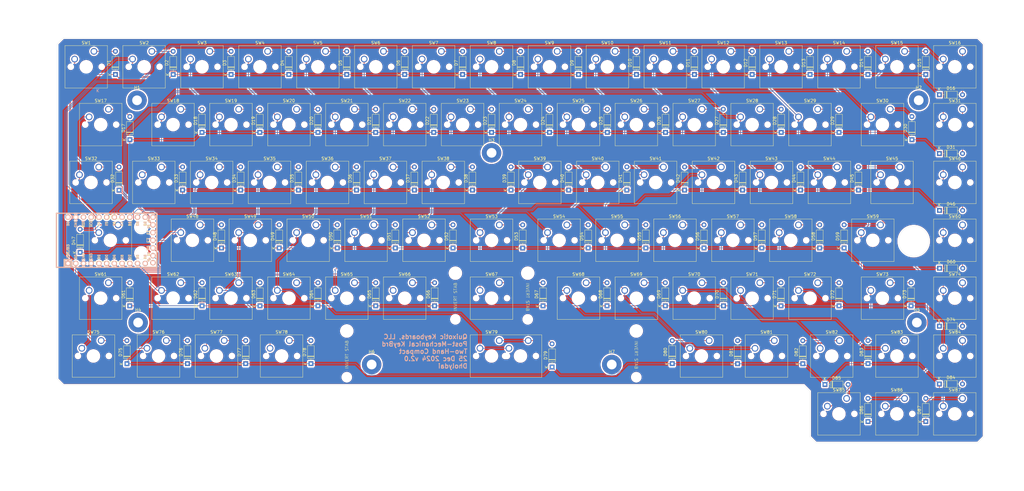
<source format=kicad_pcb>
(kicad_pcb (version 20240108) (generator "pcbnew") (generator_version "8.0")
  (title_block (title "Post-Mechanical Compact") (date "2025-01-10") (rev "2.0") (company "Quixotic Keyboards, LLC") (comment 2 "Final for new tight case and future minimalist case"))
  (layers (0 "F.Cu" signal) (31 "B.Cu" signal) (34 "B.Paste" user) (35 "F.Paste" user) (36 "B.SilkS" user "B.Silkscreen") (37 "F.SilkS" user "F.Silkscreen") (38 "B.Mask" user) (39 "F.Mask" user) (44 "Edge.Cuts" user))
  (net 0 "")
  (net 1 "Net-(D1-A)")
  (net 2 "Row0")
  (net 3 "Net-(D2-A)")
  (net 4 "Net-(D3-A)")
  (net 5 "Net-(D4-A)")
  (net 6 "Net-(D5-A)")
  (net 7 "Net-(D6-A)")
  (net 8 "Net-(D7-A)")
  (net 9 "Net-(D8-A)")
  (net 10 "Net-(D9-A)")
  (net 11 "Net-(D10-A)")
  (net 12 "Net-(D11-A)")
  (net 13 "Net-(D12-A)")
  (net 14 "Net-(D13-A)")
  (net 15 "Net-(D14-A)")
  (net 16 "Net-(D15-A)")
  (net 17 "Net-(D16-A)")
  (net 18 "Net-(D17-A)")
  (net 19 "Row1")
  (net 20 "Net-(D18-A)")
  (net 21 "Net-(D19-A)")
  (net 22 "Net-(D20-A)")
  (net 23 "Net-(D21-A)")
  (net 24 "Net-(D22-A)")
  (net 25 "Net-(D23-A)")
  (net 26 "Row5")
  (net 27 "Net-(D24-A)")
  (net 28 "Net-(D25-A)")
  (net 29 "Net-(D26-A)")
  (net 30 "Net-(D27-A)")
  (net 31 "Net-(D28-A)")
  (net 32 "Net-(D29-A)")
  (net 33 "Net-(D30-A)")
  (net 34 "Net-(D31-A)")
  (net 35 "Net-(D32-A)")
  (net 36 "Net-(D33-A)")
  (net 37 "Row2")
  (net 38 "Net-(D34-A)")
  (net 39 "Net-(D35-A)")
  (net 40 "Net-(D36-A)")
  (net 41 "Net-(D37-A)")
  (net 42 "Net-(D38-A)")
  (net 43 "Net-(D39-A)")
  (net 44 "Net-(D40-A)")
  (net 45 "Net-(D41-A)")
  (net 46 "Net-(D42-A)")
  (net 47 "Net-(D43-A)")
  (net 48 "Net-(D44-A)")
  (net 49 "Net-(D45-A)")
  (net 50 "Net-(D46-A)")
  (net 51 "Net-(D51-A)")
  (net 52 "Row3")
  (net 53 "Net-(D52-A)")
  (net 54 "Net-(D53-A)")
  (net 55 "Net-(D54-A)")
  (net 56 "Net-(D55-A)")
  (net 57 "Net-(D56-A)")
  (net 58 "Net-(D57-A)")
  (net 59 "Net-(D58-A)")
  (net 60 "Net-(D59-A)")
  (net 61 "Net-(D60-A)")
  (net 62 "Net-(D61-A)")
  (net 63 "Net-(D62-A)")
  (net 64 "Net-(D63-A)")
  (net 65 "Net-(D64-A)")
  (net 66 "Net-(D65-A)")
  (net 67 "Net-(D66-A)")
  (net 68 "Net-(D67-A)")
  (net 69 "Row4")
  (net 70 "Net-(D68-A)")
  (net 71 "Net-(D69-A)")
  (net 72 "Net-(D70-A)")
  (net 73 "Net-(D71-A)")
  (net 74 "Net-(D72-A)")
  (net 75 "Net-(D73-A)")
  (net 76 "Net-(D74-A)")
  (net 77 "Net-(D75-A)")
  (net 78 "Net-(D76-A)")
  (net 79 "Net-(D77-A)")
  (net 80 "Net-(D78-A)")
  (net 81 "Net-(D79-A)")
  (net 82 "Net-(D80-A)")
  (net 83 "Net-(D81-A)")
  (net 84 "Net-(D82-A)")
  (net 85 "Net-(D83-A)")
  (net 86 "Net-(D84-A)")
  (net 87 "Net-(D85-A)")
  (net 88 "Net-(D86-A)")
  (net 89 "Net-(D87-A)")
  (net 90 "Col0")
  (net 91 "Col1")
  (net 92 "Col2")
  (net 93 "Col3")
  (net 94 "Col4")
  (net 95 "Col5")
  (net 96 "Col6")
  (net 97 "Col7")
  (net 98 "Col8")
  (net 99 "Col9")
  (net 100 "Col10")
  (net 101 "Col11")
  (net 102 "Col12")
  (net 103 "Col13")
  (net 104 "Col14")
  (net 105 "Col15")
  (net 106 "GND")
  (net 109 "+5V")
  (net 111 "Net-(D47-A)")
  (net 112 "Net-(D48-A)")
  (net 113 "Net-(D49-A)")
  (net 114 "Net-(D50-A)")
  (footprint "Button_Switch_Keyboard:SW_Cherry_MX_1.00u_PCB" (layer "F.Cu") (at 98.685 108.5775)
    (property "Reference" "SW33")
    (property "Value" "SW_Push")
  )
  (footprint "Diode_THT:D_DO-35_SOD27_P7.62mm_Horizontal" (layer "F.Cu") (at 102.5304 78.1 90)
    (property "Reference" "D2")
    (property "Value" "1N4148")
  )
  (footprint "Diode_THT:D_DO-35_SOD27_P7.62mm_Horizontal" (layer "F.Cu") (at 254.9304 78.1 90)
    (property "Reference" "D10")
    (property "Value" "1N4148")
  )
  (footprint "Diode_THT:D_DO-35_SOD27_P7.62mm_Horizontal" (layer "F.Cu") (at 150.1554 154.3 90)
    (property "Reference" "D64")
    (property "Value" "1N4148")
  )
  (footprint "Button_Switch_Keyboard:SW_Cherry_MX_1.00u_PCB" (layer "F.Cu") (at 155.835 108.5775)
    (property "Reference" "SW36")
    (property "Value" "SW_Push")
  )
  (footprint "Dholydai_MX:SW_Cherry_MX_1.3333u_PCB" (layer "F.Cu") (at 209.825 127.6275)
    (property "Reference" "SW53")
    (property "Value" "SW_Push")
  )
  (footprint "Diode_THT:D_DO-35_SOD27_P7.62mm_Horizontal" (layer "F.Cu") (at 159.6296 78.1 90)
    (property "Reference" "D5")
    (property "Value" "1N4148")
  )
  (footprint "Button_Switch_Keyboard:SW_Cherry_MX_1.00u_PCB" (layer "F.Cu") (at 301.895 108.5775)
    (property "Reference" "SW43")
    (property "Value" "SW_Push")
  )
  (footprint "Diode_THT:D_DO-35_SOD27_P7.62mm_Horizontal" (layer "F.Cu") (at 71.915 136.6875 90)
    (property "Reference" "D47")
    (property "Value" "1N4148")
  )
  (footprint "MountingHole:MountingHole_3.2mm_M3_Pad" (layer "F.Cu") (at 347.8 86.6)
    (property "Reference" "H2")
    (property "Value" "Hole")
  )
  (footprint "Diode_THT:D_DO-35_SOD27_P7.62mm_Horizontal" (layer "F.Cu") (at 105.635 116.1575 90)
    (property "Reference" "D33")
    (property "Value" "1N4148")
  )
  (footprint "Diode_THT:D_DO-35_SOD27_P7.62mm_Horizontal" (layer "F.Cu") (at 251.7808 116.1575 90)
    (property "Reference" "D41")
    (property "Value" "1N4148")
  )
  (footprint "Button_Switch_Keyboard:SW_Cherry_MX_1.00u_PCB" (layer "F.Cu") (at 238.395 89.5275)
    (property "Reference" "SW25")
    (property "Value" "SW_Push")
  )
  (footprint "Diode_THT:D_DO-35_SOD27_P7.62mm_Horizontal" (layer "F.Cu") (at 321.58 97.15 90)
    (property "Reference" "D29")
    (property "Value" "1N4148")
  )
  (footprint "Diode_THT:D_DO-35_SOD27_P7.62mm_Horizontal" (layer "F.Cu") (at 83.5312 78.1 90)
    (property "Reference" "D1")
    (property "Value" "1N4148")
  )
  (footprint "Keebio-Parts:Elite-C" (layer "F.Cu") (at 81.91 132.7011)
    (property "Reference" "U1" (hide yes))
    (property "Value" "Elite-C" (hide yes))
  )
  (footprint "Diode_THT:D_DO-35_SOD27_P7.62mm_Horizontal" (layer "F.Cu") (at 137.4046 135.2325 90)
    (property "Reference" "D49")
    (property "Value" "1N4148")
  )
  (footprint "Diode_THT:D_DO-35_SOD27_P7.62mm_Horizontal" (layer "F.Cu") (at 315.23 135.2325 90)
    (property "Reference" "D58")
    (property "Value" "1N4148")
  )
  (footprint "Diode_THT:D_DO-35_SOD27_P7.62mm_Horizontal" (layer "F.Cu") (at 354.57875 180.025)
    (property "Reference" "D84")
    (property "Value" "1N4148")
  )
  (footprint "Diode_THT:D_DO-35_SOD27_P7.62mm_Horizontal" (layer "F.Cu") (at 216.805 78.1 90)
    (property "Reference" "D8")
    (property "Value" "1N4148")
  )
  (footprint "Button_Switch_Keyboard:SW_Cherry_MX_1.00u_PCB" (layer "F.Cu") (at 136.785 108.5775)
    (property "Reference" "SW35")
    (property "Value" "SW_Push")
  )
  (footprint "Button_Switch_Keyboard:SW_Cherry_MX_1.00u_PCB" (layer "F.Cu") (at 181.245 89.5275)
    (property "Reference" "SW22")
    (property "Value" "SW_Push")
  )
  (footprint "Diode_THT:D_DO-35_SOD27_P7.62mm_Horizontal" (layer "F.Cu") (at 181.88 116.1575 90)
    (property "Reference" "D37")
    (property "Value" "1N4148")
  )
  (footprint "Diode_THT:D_DO-35_SOD27_P7.62mm_Horizontal" (layer "F.Cu") (at 224.205 154.3 90)
    (property "Reference" "D67")
    (property "Value" "1N4148")
  )
  (footprint "Button_Switch_Keyboard:SW_Cherry_MX_1.00u_PCB" (layer "F.Cu") (at 162.195 89.5275)
    (property "Reference" "SW21")
    (property "Value" "SW_Push")
  )
  (footprint "Diode_THT:D_DO-35_SOD27_P7.62mm_Horizontal" (layer "F.Cu") (at 235.8804 78.1 90)
    (property "Reference" "D9")
    (property "Value" "1N4148")
  )
  (footprint "Diode_THT:D_DO-35_SOD27_P7.62mm_Horizontal" (layer "F.Cu") (at 126.395411 173.340775 90)
    (property "Reference" "D77")
    (property "Value" "1N4148")
  )
  (footprint "Diode_THT:D_DO-35_SOD27_P7.62mm_Horizontal" (layer "F.Cu") (at 354.665 141.9175)
    (property "Reference" "D60")
    (property "Value" "1N4148")
  )
  (footprint "Diode_THT:D_DO-35_SOD27_P7.62mm_Horizontal" (layer "F.Cu") (at 277.1554 135.2325 90)
    (property "Reference" "D56")
    (property "Value" "1N4148")
  )
  (footprint "Button_Switch_Keyboard:SW_Cherry_MX_1.00u_PCB" (layer "F.Cu") (at 300.28625 165.7375)
    (property "Reference" "SW81")
    (property "Value" "SW_Push")
  )
  (footprint "Button_Switch_Keyboard:SW_Cherry_MX_1.00u_PCB" (layer "F.Cu") (at 343.145 184.7875)
    (property "Reference" "SW86")
    (property "Value" "SW_Push")
  )
  (footprint "Button_Switch_Keyboard:SW_Cherry_MX_1.00u_PCB" (layer "F.Cu") (at 324.115 70.48)
    (property "Reference" "SW14")
    (property "Value" "SW_Push")
  )
  (footprint "Button_Switch_Keyboard:SW_Cherry_MX_1.00u_PCB" (layer "F.Cu") (at 270.145 127.6275)
    (property "Reference" "SW56")
    (property "Value" "SW_Push")
  )
  (footprint "Button_Switch_Keyboard:SW_Cherry_MX_1.00u_PCB" (layer "F.Cu") (at 219.345 89.5275)
    (property "Reference" "SW24")
    (property "Value" "SW_Push")
  )
  (footprint "Diode_THT:D_DO-35_SOD27_P7.62mm_Horizontal" (layer "F.Cu") (at 121.5804 78.1 90)
    (property "Reference" "D3")
    (property "Value" "1N4148")
  )
  (footprint "Diode_THT:D_DO-35_SOD27_P7.62mm_Horizontal" (layer "F.Cu") (at 270.78 116.1575 90)
    (property "Reference" "D42")
    (property "Value" "1N4148")
  )
  (footprint "Diode_THT:D_DO-35_SOD27_P7.62mm_Horizontal" (layer "F.Cu") (at 112.03 154.3 90)
    (property "Reference" "D62")
    (property "Value" "1N4148")
  )
  (footprint "Diode_THT:D_DO-35_SOD27_P7.62mm_Horizontal" (layer "F.Cu") (at 194.58 135.2325 90)
    (property "Reference" "D52")
    (property "Value" "1N4148")
  )
  (footprint "Diode_THT:D_DO-35_SOD27_P7.62mm_Horizontal" (layer "F.Cu") (at 150.1554 97.15 90)
    (property "Reference" "D20")
    (property "Value" "1N4148")
  )
  (footprint "Button_Switch_Keyboard:SW_Cherry_MX_1.00u_PCB" (layer "F.Cu") (at 152.665 70.48)
    (property "Reference" "SW5")
    (property "Value" "SW_Push")
  )
  (footprint "Button_Switch_Keyboard:SW_Cherry_MX_1.00u_PCB" (layer "F.Cu") (at 314.595 89.5275)
    (property "Reference" "SW29")
    (property "Value" "SW_Push")
  )
  (footprint "Button_Switch_Keyboard:SW_Cherry_MX_1.00u_PCB" (layer "F.Cu") (at 343.165 70.48)
    (property "Reference" "SW15")
    (property "Value" "SW_Push")
  )
  (footprint "Button_Switch_Keyboard:SW_Cherry_MX_1.00u_PCB" (layer "F.Cu") (at 276.495 89.5275)
    (property "Reference" "SW27")
    (property "Value" "SW_Push")
  )
  (footprint "Button_Switch_Keyboard:SW_Cherry_MX_1.00u_PCB" (layer "F.Cu") (at 251.095 127.6275)
    (property "Reference" "SW55")
    (property "Value" "SW_Push")
  )
  (footprint "Diode_THT:D_DO-35_SOD27_P7.62mm_Horizontal" (layer "F.Cu") (at 354.635 122.8675)
    (property "Reference" "D46")
    (property "Value" "1N4148")
  )
  (footprint "Button_Switch_Keyboard:SW_Cherry_MX_1.00u_PCB" (layer "F.Cu") (at 124.09 146.6775)
    (property "Reference" "SW63")
    (property "Value" "SW_Push")
  )
  (footprint "Button_Switch_Keyboard:SW_Cherry_MX_1.00u_PCB" (layer "F.Cu") (at 286.015 70.48)
    (property "Reference" "SW12")
    (property "Value" "SW_Push")
  )
  (footprint "Button_Switch_Keyboard:SW_Cherry_MX_1.00u_PCB" (layer "F.Cu") (at 117.735 108.5775)
    (property "Reference" "SW34")
    (property "Value" "SW_Push")
  )
  (footprint "Button_Switch_Keyboard:SW_Cherry_MX_1.00u_PCB" (layer "F.Cu") (at 295.54 146.69)
    (property "Reference" "SW71")
    (property "Value" "SW_Push")
  )
  (footprint "Button_Switch_Keyboard:SW_Cherry_MX_1.00u_PCB" (layer "F.Cu") (at 168.545 127.6275)
    (property "Reference" "SW51")
    (property "Value" "SW_Push")
  )
  (footprint "Button_Switch_Keyboard:SW_Cherry_MX_1.00u_PCB" (layer "F.Cu") (at 295.545 89.5275)
    (property "Reference" "SW28")
    (property "Value" "SW_Push")
  )
  (footprint "Button_Switch_Keyboard:SW_Cherry_MX_1.00u_PCB" (layer "F.Cu") (at 362.21875 165.7375)
    (property "Reference" "SW84")
    (property "Value" "SW_Push")
  )
  (footprint "Button_Switch_Keyboard:SW_Cherry_MX_1.00u_PCB" (layer "F.Cu") (at 308.245 127.6275)
    (property "Reference" "SW58")
    (property "Value" "SW_Push")
  )
  (footprint "Diode_THT:D_DO-35_SOD27_P7.62mm_Horizontal" (layer "F.Cu") (at 178.705 78.1 90)
    (property "Reference" "D6")
    (property "Value" "1N4148")
  )
  (footprint "Diode_THT:D_DO-35_SOD27_P7.62mm_Horizontal" (layer "F.Cu") (at 302.5554 97.15 90)
    (property "Reference" "D28")
    (property "Value" "1N4148")
  )
  (footprint "Button_Switch_Keyboard:SW_Cherry_MX_1.00u_PCB" (layer "F.Cu") (at 362.22 89.5275)
    (property "Reference" "SW31")
    (property "Value" "SW_Push")
  )
  (footprint "Button_Switch_Keyboard:SW_Cherry_MX_1.00u_PCB" (layer "F.Cu") (at 143.145 89.5275)
    (property "Reference" "SW20")
    (property "Value" "SW_Push")
  )
  (footprint "Button_Switch_Keyboard:SW_Cherry_MX_1.00u_PCB" (layer "F.Cu") (at 362.215 146.69)
    (property "Reference" "SW74")
    (property "Value" "SW_Push")
  )
  (footprint "Button_Switch_Keyboard:SW_Cherry_MX_1.00u_PCB" (layer "F.Cu") (at 225.695 108.5775)
    (property "Reference" "SW39")
    (property "Value" "SW_Push")
  )
  (footprint "Button_Switch_Keyboard:SW_Cherry_MX_1.00u_PCB" (layer "F.Cu") (at 130.445 127.6275)
    (property "Reference" "SW49")
    (property "Value" "SW_Push")
  )
  (footprint "Dholydai_MX:SW_Ch_Inv_MX_6.00u_PCB_Stagger" (layer "F.Cu") (at 209.805 165.7275)
    (property "Reference" "SW79")
    (property "Value" "SW_Push")
  )
  (footprint "MountingHole:MountingHole_3.2mm_M3_Pad" (layer "F.Cu") (at 246.815 173.6175)
    (property "Reference" "H7")
    (property "Value" "Hole")
  )
  (footprint "Diode_THT:D_DO-35_SOD27_P7.62mm_Horizontal" (layer "F.Cu") (at 200.9808 116.1575 90)
    (property "Reference" "D38")
    (property "Value" "1N4148")
  )
  (footprint "Diode_THT:D_DO-35_SOD27_P7.62mm_Horizontal" (layer "F.Cu") (at 143.7292 116.1575 90)
    (property "Reference" "D35")
    (property "Value" "1N4148")
  )
  (footprint "Button_Switch_Keyboard:SW_Cherry_MX_1.00u_PCB" (layer "F.Cu") (at 95.515 70.48)
    (property "Reference" "SW2")
    (property "Value" "SW_Push")
  )
  (footprint "Diode_THT:D_DO-35_SOD27_P7.62mm_Horizontal" (layer "F.Cu") (at 118.4054 135.2325 90)
    (property "Reference" "D48")
    (property "Value" "1N4148")
  )
  (footprint "Button_Switch_Keyboard:SW_Cherry_MX_1.00u_PCB" (layer "F.Cu") (at 119.315 165.7225)
    (property "Reference" "SW77")
    (property "Value" "SW_Push")
  )
  (footprint "Button_Switch_Keyboard:SW_Cherry_MX_1.00u_PCB" (layer "F.Cu") (at 124.095 89.5275)
    (property "Reference" "SW19")
    (property "Value" "SW_Push")
  )
  (footprint "Diode_THT:D_DO-35_SOD27_P7.62mm_Horizontal" (layer "F.Cu") (at 283.5816 154.3 90)
    (property "Reference" "D70")
    (property "Value" "1N4148")
  )
  (footprint "Diode_THT:D_DO-35_SOD27_P7.62mm_Horizontal" (layer "F.Cu") (at 309.6674 173.37 90)
    (property "Reference" "D82")
    (property "Value" "1N4148")
  )
  (footprint "Diode_THT:D_DO-35_SOD27_P7.62mm_Horizontal" (layer "F.Cu") (at 288.22909 173.37 90)
    (property "Reference" "D81")
    (property "Value" "1N4148")
  )
  (footprint "Diode_THT:D_DO-35_SOD27_P7.62mm_Horizontal" (layer "F.Cu") (at 316.957201 180.1905)
    (property "Reference" "D85")
    (property "Value" "1N4148")
  )
  (footprint "Diode_THT:D_DO-35_SOD27_P7.62mm_Horizontal" (layer "F.Cu") (at 197.755 78.1 90)
    (property "Reference" "D7")
    (property "Value" "1N4148")
  )
  (footprint "Diode_THT:D_DO-35_SOD27_P7.62mm_Horizontal" (layer "F.Cu") (at 331.115 173.3375 90)
    (property "Reference" "D83")
    (property "Value" "1N4148")
  )
  (footprint "Diode_THT:D_DO-35_SOD27_P7.62mm_Horizontal" (layer "F.Cu") (at 312.055 78.1 90)
    (property "Reference" "D13")
    (property "Value" "1N4148")
  )
  (footprint "Diode_THT:D_DO-35_SOD27_P7.62mm_Horizontal" (layer "F.Cu") (at 258.0292 135.2325 90)
    (property "Reference" "D55")
    (property "Value" "1N4148")
  )
  (footprint "Diode_THT:D_DO-35_SOD27_P7.62mm_Horizontal" (layer "F.Cu") (at 308.9054 116.1575 90)
    (property "Reference" "D44")
    (property "Value" "1N4148")
  )
  (footprint "Button_Switch_Keyboard:SW_Cherry_MX_1.00u_PCB" (layer "F.Cu") (at 362.215 127.6375)
    (property "Reference" "SW60")
    (property "Value" "SW_Push")
  )
  (footprint "Diode_THT:D_DO-35_SOD27_P7.62mm_Horizontal" (layer "F.Cu") (at 354.595001 104.1375)
    (property "Reference" "D31")
    (property "Value" "1N4148")
  )
  (footprint "Diode_THT:D_DO-35_SOD27_P7.62mm_Horizontal" (layer "F.Cu") (at 232.6546 116.1575 90)
    (property "Reference" "D40")
    (property "Value" "1N4148")
  )
  (footprint "Button_Switch_Keyboard:SW_Cherry_MX_1.00u_PCB" (layer "F.Cu") (at 232.045 127.6275)
    (property "Reference" "SW54")
    (property "Value" "SW_Push")
  )
  (footprint "Diode_THT:D_DO-35_SOD27_P7.62mm_Horizontal" (layer "F.Cu") (at 88.2556 154.3 90)
    (property "Reference" "D61")
    (property "Value" "1N4148")
  )
  (footprint "Button_Switch_Keyboard:SW_Cherry_MX_1.00u_PCB" (layer "F.Cu") (at 76.465 70.48)
    (property "Reference" "SW1")
    (property "Value" "SW_Push")
  )
  (footprint "Button_Switch_Keyboard:SW_Cherry_MX_1.00u_PCB" (layer "F.Cu") (at 190.765 70.48)
    (property "Reference" "SW7")
    (property "Value" "SW_Push")
  )
  (footprint "Diode_THT:D_DO-35_SOD27_P7.62mm_Horizontal" (layer "F.Cu") (at 131.0292 97.15 90)
    (property "Reference" "D19")
    (property "Value" "1N4148")
  )
  (footprint "Diode_THT:D_DO-35_SOD27_P7.62mm_Horizontal" (layer "F.Cu") (at 331.0796 78.1 90)
    (property "Reference" "D14")
    (property "Value" "1N4148")
  )
  (footprint "Button_Switch_Keyboard:SW_Cherry_MX_1.00u_PCB" (layer "F.Cu") (at 162.19 146.6775)
    (property "Reference" "SW65")
    (property "Value" "SW_Push")
  )
  (footprint "Diode_THT:D_DO-35_SOD27_P7.62mm_Horizontal" (layer "F.Cu") (at 188.2554 97.15 90)
    (property "Reference" "D22")
    (property "Value" "1N4148")
  )
  (footprint "MountingHole:MountingHole_3.2mm_M3_Pad" (layer "F.Cu") (at 207.28 103.9)
    (property "Reference" "H3")
    (property "Value" "Hole")
  )
  (footprint "Button_Switch_Keyboard:SW_Cherry_MX_1.00u_PCB" (layer "F.Cu") (at 247.915 70.48)
    (property "Reference" "SW10")
    (property "Value" "SW_Push")
  )
  (footprint "Button_Switch_Keyboard:SW_Cherry_MX_1.00u_PCB" (layer "F.Cu") (at 209.815 70.48)
    (property "Reference" "SW8")
    (property "Value" "SW_Push")
  )
  (footprint "Button_Switch_Keyboard:SW_Cherry_MX_1.25u_PCB" (layer "F.Cu") (at 78.83375 165.7225)
    (property "Reference" "SW75")
    (property "Value" "SW_Push")
  )
  (footprint "Diode_THT:D_DO-35_SOD27_P7.62mm_Horizontal" (layer "F.Cu") (at 283.5054 97.15 90)
    (property "Reference" "D27")
    (property "Value" "1N4148")
  )
  (footprint "Button_Switch_Keyboard:SW_Cherry_MX_1.00u_PCB" (layer "F.Cu") (at 263.795 108.5775)
    (property "Reference" "SW41")
    (property "Value" "SW_Push")
  )
  (footprint "Button_Switch_Keyboard:SW_Cherry_MX_1.25u_PCB" (layer "F.Cu") (at 140.74625 165.7225)
    (property "Reference" "SW78")
    (property "Value" "SW_Push")
  )
  (footprint "Diode_THT:D_DO-35_SOD27_P7.62mm_Horizontal" (layer "F.Cu") (at 147.844 173.340775 90)
    (property "Reference" "D78")
    (property "Value" "1N4148")
  )
  (footprint "Button_Switch_Keyboard:SW_Cherry_MX_1.00u_PCB" (layer "F.Cu") (at 282.845 108.5775)
    (property "Reference" "SW42")
    (property "Value" "SW_Push")
  )
  (footprint "Button_Switch_Keyboard:SW_Cherry_MX_1.00u_PCB" (layer "F.Cu") (at 228.865 70.48)
    (property "Reference" "SW9")
    (property "Value" "SW_Push")
  )
  (footprint "Button_Switch_Keyboard:SW_Cherry_MX_1.00u_PCB" (layer "F.Cu") (at 105.04 146.6775)
    (property "Reference" "SW62")
    (property "Value" "SW_Push")
  )
  (footprint "Button_Switch_Keyboard:SW_Cherry_MX_1.00u_PCB" (layer "F.Cu") (at 244.745 108.5775)
    (property "Reference" "SW40")
    (property "Value" "SW_Push")
  )
  (footprint "Button_Switch_Keyboard:SW_Cherry_MX_1.00u_PCB" (layer "F.Cu") (at 200.295 89.5275)
    (property "Reference" "SW23")
    (property "Value" "SW_Push")
  )
  (footprint "Button_Switch_Keyboard:SW_Cherry_MX_1.00u_PCB" (layer "F.Cu") (at 266.965 70.48)
    (property "Reference" "SW11")
    (property "Value" "SW_Push")
  )
  (footprint "Diode_THT:D_DO-35_SOD27_P7.62mm_Horizontal" (layer "F.Cu") (at 327.9808 116.1575 90)
    (property "Reference" "D45")
    (property "Value" "1N4148")
  )
  (footprint "Button_Switch_Keyboard:SW_Cherry_MX_1.00u_PCB" (layer "F.Cu") (at 343.165 165.7375)
    (property "Reference" "SW83")
    (property "Value" "SW_Push")
  )
  (footprint "Diode_THT:D_DO-35_SOD27_P7.62mm_Horizontal" (layer "F.Cu") (at 131.08 154.3 90)
    (property "Reference" "D63")
    (property "Value" "1N4148")
  )
  (footprint "Diode_THT:D_DO-35_SOD27_P7.62mm_Horizontal" (layer "F.Cu") (at 169.175 154.3 90)
    (property "Reference" "D65")
    (property "Value" "1N4148")
  )
  (footprint "Diode_THT:D_DO-35_SOD27_P7.62mm_Horizontal" (layer "F.Cu") (at 175.6062 135.2325 90)
    (property "Reference" "D51")
    (property "Value" "1N4148")
  )
  (footprint "Button_Switch_Keyboard:SW_Cherry_MX_1.00u_PCB" (layer "F.Cu") (at 276.49 146.69)
    (property "Reference" "SW70")
    (property "Value" "SW_Push")
  )
  (footprint "Button_Switch_Keyboard:SW_Cherry_MX_1.50u_PCB" (layer "F.Cu") (at 81.2275 146.6775)
    (property "Reference" "SW61")
    (property "Value" "SW_Push")
  )
  (footprint "Button_Switch_Keyboard:SW_Cherry_MX_1.00u_PCB" (layer "F.Cu") (at 362.215 70.48)
    (property "Reference" "SW16")
    (property "Value" "SW_Push")
  )
  (footprint "Diode_THT:D_DO-35_SOD27_P7.62mm_Horizontal" (layer "F.Cu") (at 140.5796 78.1 90)
    (property "Reference" "D4")
    (property "Value" "1N4148")
  )
  (footprint "MountingHole:MountingHole_3.2mm_M3_Pad" (layer "F.Cu") (at 90.6432 86.6)
    (property "Reference" "H1")
    (property "Value" "Hole")
  )
  (footprint "Button_Switch_Keyboard:SW_Cherry_MX_1.00u_PCB" (layer "F.Cu") (at 171.715 70.48)
    (property "Reference" "SW6")
    (property "Value" "SW_Push")
  )
  (footprint "Button_Switch_Keyboard:SW_Cherry_MX_1.00u_PCB" (layer "F.Cu") (at 111.395 127.6275)
    (property "Reference" "SW48")
    (property "Value" "SW_Push")
  )
  (footprint "Button_Switch_Keyboard:SW_Cherry_MX_1.00u_PCB" (layer "F.Cu") (at 324.095 184.7875)
    (property "Reference" "SW85")
    (property "Value" "SW_Push")
  )
  (footprint "Diode_THT:D_DO-35_SOD27_P7.62mm_Horizontal" (layer "F.Cu") (at 107.222622 173.340775 90)
    (property "Reference" "D76")
    (property "Value" "1N4148")
  )
  (footprint "Diode_THT:D_DO-35_SOD27_P7.62mm_Horizontal" (layer "F.Cu") (at 245.256655 154.3 90)
    (property "Reference" "D68")
    (property "Value" "1N4148")
  )
  (footprint "Button_Switch_Keyboard:SW_Cherry_MX_1.50u_PCB" (layer "F.Cu") (at 81.2325 89.5275)
    (property "Reference" "SW17")
    (property "Value" "SW_Push")
  )
  (footprint "Dholydai_MX:SW_Cherry_MX_1.8333u_PCB" (layer "F.Cu") (at 335.235 127.6275)
    (property "Reference" "SW59")
    (property "Value" "SW_Push")
  )
  (footprint "Diode_THT:D_DO-35_SOD27_P7.62mm_Horizontal" (layer "F.Cu") (at 169.1546 97.15 90)
    (property "Reference" "D21")
    (property "Value" "1N4148")
  )
  (footprint "MountingHole:MountingHole_3.2mm_M3_Pad" (layer "F.Cu") (at 347.1832 159.8)
    (property "Reference" "H5")
    (property "Value" "Hole")
  )
  (footprint "Diode_THT:D_DO-35_SOD27_P7.62mm_Horizontal" (layer "F.Cu") (at 188.541851 154.3 90)
    (property "Reference" "D66")
    (property "Value" "1N4148")
  )
  (footprint "Diode_THT:D_DO-35_SOD27_P7.62mm_Horizontal" (layer "F.Cu") (at 350.129474 192.398 90)
    (property "Reference" "D87")
    (property "Value" "1N4148")
  )
  (footprint "Diode_THT:D_DO-35_SOD27_P7.62mm_Horizontal" (layer "F.Cu") (at 354.595 84.7675)
    (property "Reference" "D16")
    (property "Value" "1N4148")
  )
  (footprint "Diode_THT:D_DO-35_SOD27_P7.62mm_Horizontal" (layer "F.Cu") (at 217.519552 135.253659 90)
    (property "Reference" "D53")
    (property "Value" "1N4148")
  )
  (footprint "Diode_THT:D_DO-35_SOD27_P7.62mm_Horizontal" (layer "F.Cu") (at 226.33 97.15 90)
    (property "Reference" "D24")
    (property "Value" "1N4148")
  )
  (footprint "Diode_THT:D_DO-35_SOD27_P7.62mm_Horizontal" (layer "F.Cu") (at 266.716 173.340775 90)
    (property "Reference" "D80")
    (property "Value" "1N4148")
  )
  (footprint "MountingHole:MountingHole_3.2mm_M3_Pad" (layer "F.Cu") (at 167.825 173.6175)
    (property "Reference" "H6")
    (property "Value" "Hole")
  )
  (footprint "Diode_THT:D_DO-35_SOD27_P7.62mm_Horizontal" (layer "F.Cu") (at 289.8554 116.1575 90)
    (property "Reference" "D43")
    (property "Value" "1N4148")
  )
  (footprint "Button_Switch_Keyboard:SW_Cherry_MX_1.00u_PCB" (layer "F.Cu") (at 257.44 146.69)
    (property "Reference" "SW69")
    (property "Value" "SW_Push")
  )
  (footprint "MountingHole:MountingHole_3.2mm_M3_Pad" (layer "F.Cu") (at 90.9988 159.8)
    (property "Reference" "H4")
    (property "Value" "Hole")
  )
  (footprint "Dholydai_MX:SW_Cherry_MX_1.8333u_PCB" (layer "F.Cu") (at 84.405 127.6275)
    (property "Reference" "SW47")
    (property "Value" "SW_Push")
  )
  (footprint "Diode_THT:D_DO-35_SOD27_P7.62mm_Horizontal" (layer "F.Cu") (at 302.4792 154.3 90)
    (property "Reference" "D71")
    (property "Value" "1N4148")
  )
  (footprint "Diode_THT:D_DO-35_SOD27_P7.62mm_Horizontal" (layer "F.Cu") (at 124.73 116.1575 90)
    (property "Reference" "D34")
    (property "Value" "1N4148")
  )
  (footprint "Button_Switch_Keyboard:SW_Cherry_MX_1.00u_PCB" (layer "F.Cu") (at 257.445 89.5275)
    (property "Reference" "SW26")
    (property "Value" "SW_Push")
  )
  (footprint "Diode_THT:D_DO-35_SOD27_P7.62mm_Horizontal" (layer "F.Cu") (at 112.0046 97.15 90)
    (property "Reference" "D18")
    (property "Value" "1N4148")
  )
  (footprint "Button_Switch_Keyboard:SW_Cherry_MX_1.00u_PCB" (layer "F.Cu") (at 314.59 146.69)
    (property "Reference" "SW72")
    (property "Value" "SW_Push")
  )
  (footprint "Button_Switch_Keyboard:SW_Cherry_MX_1.50u_PCB" (layer "F.Cu") (at 338.4075 89.5275)
    (property "Reference" "SW30")
    (property "Value" "SW_Push")
  )
  (footprint "Button_Switch_Keyboard:SW_Cherry_MX_1.00u_PCB" (layer "F.Cu") (at 320.945 108.5775)
    (property "Reference" "SW44")
    (property "Value" "SW_Push")
  )
  (footprint "Diode_THT:D_DO-35_SOD27_P7.62mm_Horizontal" (layer "F.Cu") (at 345.5576 99.5709 90)
    (property "Reference" "D30")
    (property "Value" "1N4148")
  )
  (footprint "Diode_THT:D_DO-35_SOD27_P7.62mm_Horizontal" (layer "F.Cu") (at 84.715 116.1875 90)
    (property "Reference" "D32")
    (property "Value" "1N4148")
  )
  (footprint "Button_Switch_Keyboard:SW_Cherry_MX_1.00u_PCB" (layer "F.Cu") (at 362.225 108.5775)
    (property "Reference" "SW46")
    (property "Value" "SW_Push")
  )
  (footprint "Diode_THT:D_DO-35_SOD27_P7.62mm_Horizontal" (layer "F.Cu") (at 207.28 97.15 90)
    (property "Reference" "D23")
    (property "Value" "1N4148")
  )
  (footprint "Diode_THT:D_DO-35_SOD27_P7.62mm_Horizontal" (layer "F.Cu") (at 274.0058 78.1 90)
    (property "Reference" "D11")
    (property "Value" "1N4148")
  )
  (footprint "Dholydai_MX:SW_Cherry_MX_1.1666u_PCB" (layer "F.Cu") (at 341.575 108.5775)
    (property "Reference" "SW45")
    (property "Value" "SW_Push")
  )
  (footprint "Diode_THT:D_DO-35_SOD27_P7.62mm_Horizontal" (layer "F.Cu") (at 345.2782 154.3 90)
    (property "Reference" "D73")
    (property "Value" "1N4148")
  )
  (footprint "Button_Switch_Keyboard:SW_Cherry_MX_1.00u_PCB" (layer "F.Cu") (at 133.615 70.48)
    (property "Reference" "SW4")
    (property "Value" "SW_Push")
  )
  (footprint "Button_Switch_Keyboard:SW_Cherry_MX_1.00u_PCB" (layer "F.Cu") (at 143.14 146.6775)
    (property "Reference" "SW64")
    (property "Value" "SW_Push")
  )
  (footprint "Button_Switch_Keyboard:SW_Cherry_MX_1.00u_PCB" (layer "F.Cu") (at 193.935 108.5775)
    (property "Reference" "SW38")
    (property "Value" "SW_Push")
  )
  (footprint "Diode_THT:D_DO-35_SOD27_P7.62mm_Horizontal" (layer "F.Cu") (at 239.0554 135.2325 90)
    (property "Reference" "D54")
    (property "Value" "1N4148")
  )
  (footprint "Diode_THT:D_DO-35_SOD27_P7.62mm_Horizontal" (layer "F.Cu") (at 264.5062 97.15 90)
    (property "Reference" "D26")
    (property "Value" "1N4148")
  )
  (footprint "Button_Switch_Keyboard:SW_Cherry_MX_1.00u_PCB" (layer "F.Cu") (at 100.265 165.7225)
    (property "Reference" "SW76")
    (property "Value" "SW_Push")
  )
  (footprint "Diode_THT:D_DO-35_SOD27_P7.62mm_Horizontal" (layer "F.Cu") (at 156.5054 135.2325 90)
    (property "Reference" "D50")
    (property "Value" "1N4148")
  )
  (footprint "Button_Switch_Keyboard:SW_Cherry_MX_1.00u_PCB" (layer "F.Cu") (at 114.565 70.48)
    (property "Reference" "SW3")
    (property "Value" "SW_Push")
  )
  (footprint "Button_Switch_Keyboard:SW_Cherry_MX_1.50u_PCB" (layer "F.Cu") (at 338.4025 146.69)
    (property "Reference" "SW73")
    (property "Value" "SW_Push")
  )
  (footprint "Diode_THT:D_DO-35_SOD27_P7.62mm_Horizontal" (layer "F.Cu") (at 331.107059 192.398 90)
    (property "Reference" "D86")
    (property "Value" "1N4148")
  )
  (footprint "Diode_THT:D_DO-35_SOD27_P7.62mm_Horizontal" (layer "F.Cu") (at 350.1296 78.1 90)
    (property "Reference" "D15")
    (property "Value" "1N4148")
  )
  (footprint "Button_Switch_Keyboard:SW_Cherry_MX_1.00u_PCB" (layer "F.Cu") (at 305.065 70.48)
    (property "Reference" "SW13")
    (property "Value" "SW_Push")
  )
  (footprint "Button_Switch_Keyboard:SW_Cherry_MX_1.25u_PCB" (layer "F.Cu") (at 321.725 165.7475)
    (property "Reference" "SW82")
    (property "Value" "SW_Push")
  )
  (footprint "Diode_THT:D_DO-35_SOD27_P7.62mm_Horizontal" (layer "F.Cu") (at 227.185 174.4275 90)
    (property "Reference" "D79")
    (property "Value" "1N4148")
  )
  (footprint "Diode_THT:D_DO-35_SOD27_P7.62mm_Horizontal" (layer "F.Cu") (at 162.8554 116.1575 90)
    (property "Reference" "D36")
    (property "Value" "1N4148")
  )
  (footprint "Diode_THT:D_DO-35_SOD27_P7.62mm_Horizontal" (layer "F.Cu") (at 245.3546 97.15 90)
    (property "Reference" "D25")
    (property "Value" "1N4148")
  )
  (footprint "Diode_THT:D_DO-35_SOD27_P7.62mm_Horizontal" (layer "F.Cu") (at 88.281 99.5709 90)
    (property "Reference" "D17")
    (property "Value" "1N4148")
  )
  (footprint "Button_Switch_Keyboard:SW_Cherry_MX_1.00u_PCB" (layer "F.Cu") (at 105.045 89.5275)
    (property "Reference" "SW18")
    (property "Value" "SW_Push")
  )
  (footprint "Dholydai_MX:SW_Ch_Inv_MX_2.00u_PCB" (layer "F.Cu") (at 209.815 146.6775)
    (property "Reference" "SW67")
    (property "Value" "SW_Push")
  )
  (footprint "Dholydai_MX:SW_Cherry_MX_1.1666u_PCB" (layer "F.Cu") (at 78.05375 108.5775)
    (property "Reference" "SW32")
    (property "Value" "SW_Push")
  )
  (footprint "Button_Switch_Keyboard:SW_Cherry_MX_1.25u_PCB" (layer "F.Cu") (at 278.855 165.7375)
    (property "Reference" "SW80")
    (property "Value" "SW_Push")
  )
  (footprint "Diode_THT:D_DO-35_SOD27_P7.62mm_Horizontal" (layer "F.Cu") (at 87.316756 173.365333 90)
    (property "Reference" "D75")
    (property "Value" "1N4148")
  )
  (footprint "Diode_THT:D_DO-35_SOD27_P7.62mm_Horizontal" (layer "F.Cu") (at 296.18 135.2325 90)
    (property "Reference" "D57")
    (property "Value" "1N4148")
  )
  (footprint "Diode_THT:D_DO-35_SOD27_P7.62mm_Horizontal" (layer "F.Cu") (at 213.6554 116.1575 90)
    (property "Reference" "D39")
    (property "Value" "1N4148")
  )
  (footprint "Button_Switch_Keyboard:SW_Cherry_MX_1.00u_PCB" (layer "F.Cu") (at 238.39 146.69)
    (property "Reference" "SW68")
    (property "Value" "SW_Push")
  )
  (footprint "Button_Switch_Keyboard:SW_Cherry_MX_1.00u_PCB" (layer "F.Cu") (at 362.195 184.7875)
    (property "Reference" "SW87")
    (property "Value" "SW_Push")
  )
  (footprint "Diode_THT:D_DO-35_SOD27_P7.62mm_Horizontal" (layer "F.Cu") (at 323.2564 135.2325 90)
    (property "Reference" "D59")
    (property "Value" "1N4148")
  )
  (footprint "Button_Switch_Keyboard:SW_Cherry_MX_1.00u_PCB" (layer "F.Cu") (at 289.195 127.6275)
    (property "Reference" "SW57")
    (property "Value" "SW_Push")
  )
  (footprint "Diode_THT:D_DO-35_SOD27_P7.62mm_Horizontal" (layer "F.Cu") (at 293.005 78.1 90)
    (property "Reference" "D12")
    (property "Value" "1N4148")
  )
  (footprint "Button_Switch_Keyboard:SW_Cherry_MX_1.00u_PCB" (layer "F.Cu") (at 187.595 127.6275)
    (property "Reference" "SW52")
    (property "Value" "SW_Push")
  )
  (footprint "Button_Switch_Keyboard:SW_Cherry_MX_1.00u_PCB" (layer "F.Cu") (at 181.24 146.6775)
    (property "Reference" "SW66")
    (property "Value" "SW_Push")
  )
  (footprint "Button_Switch_Keyboard:SW_Cherry_MX_1.00u_PCB" (layer "F.Cu") (at 149.495 127.6275)
    (property "Reference" "SW50")
    (property "Value" "SW_Push")
  )
  (footprint "Diode_THT:D_DO-35_SOD27_P7.62mm_Horizontal" (layer "F.Cu") (at 264.425 154.3 90)
    (property "Reference" "D69")
    (property "Value" "1N4148")
  )
  (footprint "Diode_THT:D_DO-35_SOD27_P7.62mm_Horizontal" (layer "F.Cu") (at 321.58 154.3 90)
    (property "Reference" "D72")
    (property "Value" "1N4148")
  )
  (footprint "Diode_THT:D_DO-35_SOD27_P7.62mm_Horizontal" (layer "F.Cu") (at 354.595 160.9775)
    (property "Reference" "D74")
    (property "Value" "1N4148")
  )
  (footprint "Button_Switch_Keyboard:SW_Cherry_MX_1.00u_PCB" (layer "F.Cu") (at 174.885 108.5775)
    (property "Reference" "SW37")
    (property "Value" "SW_Push")
  )
  (gr_line (start 369.23 68.0199) (end 367.23 66.0199) (stroke (width 0.05)) (layer "Edge.Cuts"))
  (gr_line (start 312 182.4) (end 310 180.4) (stroke (width 0.05)) (layer "Edge.Cuts"))
  (gr_line (start 64.405 68.0199) (end 66.405 66.0199) (stroke (width 0.05)) (layer "Edge.Cuts"))
  (gr_line (start 312 182.4) (end 312 197.4) (stroke (width 0.05)) (layer "Edge.Cuts"))
  (gr_circle (center 346.165 132.9875) (end 351.165 132.9875) (stroke (width 0.05)) (fill none) (layer "Edge.Cuts"))
  (gr_line (start 367.23 199.4) (end 369.23 197.4) (stroke (width 0.05)) (layer "Edge.Cuts"))
  (gr_circle (center 92.05 137) (end 94.05 137) (stroke (width 0.05)) (fill none) (layer "Edge.Cuts"))
  (gr_line (start 64.405 178.4) (end 64.405 68.0199) (stroke (width 0.05)) (layer "Edge.Cuts"))
  (gr_line (start 64.405 178.4) (end 66.405 180.4) (stroke (width 0.05)) (layer "Edge.Cuts"))
  (gr_circle (center 92.05 128.35) (end 94.05 128.35) (stroke (width 0.05)) (fill none) (layer "Edge.Cuts"))
  (gr_line (start 312 197.4) (end 314 199.4) (stroke (width 0.05)) (layer "Edge.Cuts"))
  (gr_line (start 310 180.4) (end 66.405 180.4) (stroke (width 0.05)) (layer "Edge.Cuts"))
  (gr_line (start 314 199.4) (end 367.23 199.4) (stroke (width 0.05)) (layer "Edge.Cuts"))
  (gr_line (start 369.23 197.4) (end 369.23 68.0199) (stroke (width 0.05)) (layer "Edge.Cuts"))
  (gr_line (start 66.405 66.0199) (end 367.23 66.0199) (stroke (width 0.05)) (layer "Edge.Cuts"))
  (gr_text "K" (at 77.725 83.3449 180) (layer "B.SilkS") (effects (font (size 1 1)) (justify mirror)))
  (gr_text "Quixotic Keyboards, LLC\nPost-Mechanical KeyBrd\nTwo-Hand Compact\n25 Dec 2024 v2.0\nDholydai\n" (at 199.5 175 0) (layer "B.SilkS") (effects (font (size 1.5 1.5) (thickness 0.3) (bold yes)) (justify left bottom mirror)))
  (segment (start 76.465 70.48) (end 83.5312 70.48) (width 0.2) (layer "F.Cu") (net 1))
  (segment (start 93.053619 123.9048) (end 93.82724 123.9048) (width 0.2) (layer "F.Cu") (net 2))
  (segment (start 94.585 124.66256) (end 94.585 126.4261) (width 0.2) (layer "F.Cu") (net 2))
  (segment (start 84.5287 79.0975) (end 101.5329 79.0975) (width 0.2) (layer "F.Cu") (net 2))
  (segment (start 94.585 126.4261) (end 95.78 127.6211) (width 0.2) (layer "F.Cu") (net 2))
  (segment (start 101.5329 79.0975) (end 102.5304 78.1) (width 0.2) (layer "F.Cu") (net 2))
  (segment (start 83.5312 78.1) (end 84.5287 79.0975) (width 0.2) (layer "F.Cu") (net 2))
  (segment (start 68.845 103.5375) (end 75.285 109.9775) (width 0.2) (layer "F.Cu") (net 2))
  (segment (start 80.705 109.9775) (end 85.815 115.0875) (width 0.2) (layer "F.Cu") (net 2))
  (segment (start 83.5312 78.1) (end 71.9059 78.1) (width 0.2) (layer "F.Cu") (net 2))
  (segment (start 85.815 115.0875) (end 85.815 116.666181) (width 0.2) (layer "F.Cu") (net 2))
  (segment (start 93.82724 123.9048) (end 94.585 124.66256) (width 0.2) (layer "F.Cu") (net 2))
  (segment (start 75.285 109.9775) (end 80.705 109.9775) (width 0.2) (layer "F.Cu") (net 2))
  (segment (start 85.815 116.666181) (end 93.053619 123.9048) (width 0.2) (layer "F.Cu") (net 2))
  (segment (start 68.845 81.1609) (end 68.845 103.5375) (width 0.2) (layer "F.Cu") (net 2))
  (segment (start 71.9059 78.1) (end 68.845 81.1609) (width 0.2) (layer "F.Cu") (net 2))
  (segment (start 197.755 78.1) (end 178.705 78.1) (width 0.2) (layer "B.Cu") (net 2))
  (segment (start 312.055 78.1) (end 293.005 78.1) (width 0.2) (layer "B.Cu") (net 2))
  (segment (start 102.5304 78.1) (end 121.5804 78.1) (width 0.2) (layer "B.Cu") (net 2))
  (segment (start 274.0058 78.1) (end 254.9304 78.1) (width 0.2) (layer "B.Cu") (net 2))
  (segment (start 121.5804 78.1) (end 140.5796 78.1) (width 0.2) (layer "B.Cu") (net 2))
  (segment (start 350.1296 78.1) (end 350.1296 80.3021) (width 0.2) (layer "B.Cu") (net 2))
  (segment (start 331.0796 78.1) (end 312.055 78.1) (width 0.2) (layer "B.Cu") (net 2))
  (segment (start 140.5796 78.1) (end 159.6296 78.1) (width 0.2) (layer "B.Cu") (net 2))
  (segment (start 159.6296 78.1) (end 178.705 78.1) (width 0.2) (layer "B.Cu") (net 2))
  (segment (start 254.9304 78.1) (end 235.8804 78.1) (width 0.2) (layer "B.Cu") (net 2))
  (segment (start 350.1296 80.3021) (end 354.595 84.7675) (width 0.2) (layer "B.Cu") (net 2))
  (segment (start 216.805 78.1) (end 197.755 78.1) (width 0.2) (layer "B.Cu") (net 2))
  (segment (start 235.8804 78.1) (end 216.805 78.1) (width 0.2) (layer "B.Cu") (net 2))
  (segment (start 293.005 78.1) (end 274.0058 78.1) (width 0.2) (layer "B.Cu") (net 2))
  (segment (start 331.0796 78.1) (end 350.1296 78.1) (width 0.2) (layer "B.Cu") (net 2))
  (segment (start 95.515 70.48) (end 102.5304 70.48) (width 0.2) (layer "F.Cu") (net 3))
  (segment (start 114.565 70.48) (end 121.5804 70.48) (width 0.2) (layer "F.Cu") (net 4))
  (segment (start 133.615 70.48) (end 140.5796 70.48) (width 0.2) (layer "F.Cu") (net 5))
  (segment (start 152.665 70.48) (end 159.6296 70.48) (width 0.2) (layer "F.Cu") (net 6))
  (segment (start 171.715 70.48) (end 178.705 70.48) (width 0.2) (layer "F.Cu") (net 7))
  (segment (start 190.765 70.48) (end 197.755 70.48) (width 0.2) (layer "F.Cu") (net 8))
  (segment (start 209.815 70.48) (end 216.805 70.48) (width 0.2) (layer "F.Cu") (net 9))
  (segment (start 228.865 70.48) (end 235.8804 70.48) (width 0.2) (layer "F.Cu") (net 10))
  (segment (start 247.915 70.48) (end 254.9304 70.48) (width 0.2) (layer "F.Cu") (net 11))
  (segment (start 266.965 70.48) (end 274.0058 70.48) (width 0.2) (layer "F.Cu") (net 12))
  (segment (start 286.015 70.48) (end 293.005 70.48) (width 0.2) (layer "F.Cu") (net 13))
  (segment (start 305.065 70.48) (end 312.055 70.48) (width 0.2) (layer "F.Cu") (net 14))
  (segment (start 324.115 70.48) (end 331.0796 70.48) (width 0.2) (layer "F.Cu") (net 15))
  (segment (start 343.165 70.48) (end 350.1296 70.48) (width 0.2) (layer "F.Cu") (net 16))
  (segment (start 362.22 70.48) (end 362.235 70.465) (width 0.2) (layer "F.Cu") (net 17))
  (segment (start 362.215 70.48) (end 362.215 84.7675) (width 0.2) (layer "F.Cu") (net 17))
  (segment (start 85.8576 89.5275) (end 88.281 91.9509) (width 0.2) (layer "F.Cu") (net 18))
  (segment (start 81.2325 89.5275) (end 85.8576 89.5275) (width 0.2) (layer "F.Cu") (net 18))
  (segment (start 97.0563 128.9848) (end 97.0563 124.59386) (width 0.2) (layer "F.Cu") (net 19))
  (segment (start 95.96724 123.5048) (end 93.219305 123.5048) (width 0.2) (layer "F.Cu") (net 19))
  (segment (start 95.88 130.1611) (end 97.0563 128.9848) (width 0.2) (layer "F.Cu") (net 19))
  (segment (start 88.281 118.566495) (end 88.281 99.5709) (width 0.2) (layer "F.Cu") (net 19))
  (segment (start 93.219305 123.5048) (end 88.281 118.566495) (width 0.2) (layer "F.Cu") (net 19))
  (segment (start 97.0563 124.59386) (end 95.96724 123.5048) (width 0.2) (layer "F.Cu") (net 19))
  (segment (start 109.4996 99.5709) (end 88.281 99.5709) (width 0.2) (layer "B.Cu") (net 19))
  (segment (start 131.0292 97.15) (end 150.1554 97.15) (width 0.2) (layer "B.Cu") (net 19))
  (segment (start 302.5554 97.15) (end 321.58 97.15) (width 0.2) (layer "B.Cu") (net 19))
  (segment (start 343.1367 97.15) (end 345.5576 99.5709) (width 0.2) (layer "B.Cu") (net 19))
  (segment (start 112.0046 97.15) (end 131.0292 97.15) (width 0.2) (layer "B.Cu") (net 19))
  (segment (start 112.0046 97.15) (end 111.9205 97.15) (width 0.2) (layer "B.Cu") (net 19))
  (segment (start 321.58 97.15) (end 343.1367 97.15) (width 0.2) (layer "B.Cu") (net 19))
  (segment (start 264.5062 97.15) (end 283.5054 97.15) (width 0.2) (layer "B.Cu") (net 19))
  (segment (start 169.1546 97.15) (end 188.2554 97.15) (width 0.2) (layer "B.Cu") (net 19))
  (segment (start 226.33 97.15) (end 245.3546 97.15) (width 0.2) (layer "B.Cu") (net 19))
  (segment (start 283.5054 97.15) (end 302.5554 97.15) (width 0.2) (layer "B.Cu") (net 19))
  (segment (start 188.2554 97.15) (end 207.28 97.15) (width 0.2) (layer "B.Cu") (net 19))
  (segment (start 350.028401 99.5709) (end 354.595001 104.1375) (width 0.2) (layer "B.Cu") (net 19))
  (segment (start 245.3546 97.15) (end 264.5062 97.15) (width 0.2) (layer "B.Cu") (net 19))
  (segment (start 345.5576 99.5709) (end 350.028401 99.5709) (width 0.2) (layer "B.Cu") (net 19))
  (segment (start 111.9205 97.15) (end 109.4996 99.5709) (width 0.2) (layer "B.Cu") (net 19))
  (segment (start 300 97.15) (end 112.0046 97.15) (width 0.2) (layer "B.Cu") (net 19))
  (segment (start 207.28 97.15) (end 226.33 97.15) (width 0.2) (layer "B.Cu") (net 19))
  (segment (start 150.1554 97.15) (end 169.1546 97.15) (width 0.2) (layer "B.Cu") (net 19))
  (segment (start 105.045 89.5275) (end 112.0021 89.5275) (width 0.2) (layer "F.Cu") (net 20))
  (segment (start 112.0021 89.5275) (end 112.0046 89.53) (width 0.2) (layer "F.Cu") (net 20))
  (segment (start 124.095 89.5275) (end 131.0267 89.5275) (width 0.2) (layer "F.Cu") (net 21))
  (segment (start 131.0267 89.5275) (end 131.0292 89.53) (width 0.2) (layer "F.Cu") (net 21))
  (segment (start 150.1529 89.5275) (end 150.1554 89.53) (width 0.2) (layer "F.Cu") (net 22))
  (segment (start 143.145 89.5275) (end 150.1529 89.5275) (width 0.2) (layer "F.Cu") (net 22))
  (segment (start 169.1521 89.5275) (end 169.1546 89.53) (width 0.2) (layer "F.Cu") (net 23))
  (segment (start 162.195 89.5275) (end 169.1521 89.5275) (width 0.2) (layer "F.Cu") (net 23))
  (segment (start 188.2529 89.5275) (end 188.2554 89.53) (width 0.2) (layer "F.Cu") (net 24))
  (segment (start 181.245 89.5275) (end 188.2529 89.5275) (width 0.2) (layer "F.Cu") (net 24))
  (segment (start 207.2775 89.5275) (end 207.28 89.53) (width 0.2) (layer "F.Cu") (net 25))
  (segment (start 200.295 89.5275) (end 207.2775 89.5275) (width 0.2) (layer "F.Cu") (net 25))
  (segment (start 354.57875 180.025) (end 354.57875 181.884359) (width 0.2) (layer "F.Cu") (net 26))
  (segment (start 331.107059 192.398) (end 350.129474 192.398) (width 0.2) (layer "F.Cu") (net 26))
  (segment (start 354.57875 181.884359) (end 350.129474 186.333635) (width 0.2) (layer "F.Cu") (net 26))
  (segment (start 350.129474 186.333635) (end 350.129474 192.398) (width 0.2) (layer "F.Cu") (net 26))
  (segment (start 87.316756 173.365333) (end 87.316756 172.772744) (width 0.2) (layer "B.Cu") (net 26))
  (segment (start 166.385252 177.1275) (end 224.485 177.1275) (width 0.2) (layer "B.Cu") (net 26))
  (segment (start 309.6674 173.37) (end 310.136701 173.37) (width 0.2) (layer "B.Cu") (net 26))
  (segment (start 288.111075 173.340775) (end 266.716 173.340775) (width 0.2) (layer "B.Cu") (net 26))
  (segment (start 316.957201 180.1905) (end 323.810201 173.3375) (width 0.2) (layer "B.Cu") (net 26))
  (segment (start 87.341314 173.340775) (end 87.341314 173.281814) (width 0.2) (layer "B.Cu") (net 26))
  (segment (start 266.716 173.340775) (end 252.041473 173.340775) (width 0.2) (layer "B.Cu") (net 26))
  (segment (start 95.1644 144.6855) (end 90.8 140.3211) (width 0.2) (layer "B.Cu") (net 26))
  (segment (start 331.115 173.3375) (end 347.89125 173.3375) (width 0.2) (layer "B.Cu") (net 26))
  (segment (start 310.136701 173.37) (end 316.957201 180.1905) (width 0.2) (layer "B.Cu") (net 26))
  (segment (start 347.89125 173.3375) (end 354.57875 180.025) (width 0.2) (layer "B.Cu") (net 26))
  (segment (start 162.598527 173.340775) (end 166.385252 177.1275) (width 0.2) (layer "B.Cu") (net 26))
  (segment (start 224.485 177.1275) (end 227.185 174.4275) (width 0.2) (layer "B.Cu") (net 26))
  (segment (start 87.341314 173.281814) (end 87.2904 173.2309) (width 0.2) (layer "B.Cu") (net 26))
  (segment (start 126.395411 173.340775) (end 107.222622 173.340775) (width 0.2) (layer "B.Cu") (net 26))
  (segment (start 288.1403 173.37) (end 288.111075 173.340775) (width 0.2) (layer "B.Cu") (net 26))
  (segment (start 147.844 173.340775) (end 162.598527 173.340775) (width 0.2) (layer "B.Cu") (net 26))
  (segment (start 107.222622 173.340775) (end 87.341314 173.340775) (width 0.2) (layer "B.Cu") (net 26))
  (segment (start 323.810201 173.3375) (end 331.115 173.3375) (width 0.2) (layer "B.Cu") (net 26))
  (segment (start 95.1644 164.9251) (end 95.1644 144.6855) (width 0.2) (layer "B.Cu") (net 26))
  (segment (start 87.341314 173.340775) (end 87.316756 173.365333) (width 0.2) (layer "B.Cu") (net 26))
  (segment (start 288.22909 173.37) (end 309.6674 173.37) (width 0.2) (layer "B.Cu") (net 26))
  (segment (start 87.316756 172.772744) (end 95.1644 164.9251) (width 0.2) (layer "B.Cu") (net 26))
  (segment (start 248.264748 177.1175) (end 229.875 177.1175) (width 0.2) (layer "B.Cu") (net 26))
  (segment (start 229.875 177.1175) (end 227.185 174.4275) (width 0.2) (layer "B.Cu") (net 26))
  (segment (start 252.041473 173.340775) (end 248.264748 177.1175) (width 0.2) (layer "B.Cu") (net 26))
  (segment (start 126.395411 173.340775) (end 147.844 173.340775) (width 0.2) (layer "B.Cu") (net 26))
  (segment (start 288.22909 173.37) (end 288.1403 173.37) (width 0.2) (layer "B.Cu") (net 26))
  (segment (start 226.3275 89.5275) (end 226.33 89.53) (width 0.2) (layer "F.Cu") (net 27))
  (segment (start 219.345 89.5275) (end 226.3275 89.5275) (width 0.2) (layer "F.Cu") (net 27))
  (segment (start 238.395 89.5275) (end 245.3521 89.5275) (width 0.2) (layer "F.Cu") (net 28))
  (segment (start 245.3521 89.5275) (end 245.3546 89.53) (width 0.2) (layer "F.Cu") (net 28))
  (segment (start 257.445 89.5275) (end 264.5037 89.5275) (width 0.2) (layer "F.Cu") (net 29))
  (segment (start 264.5037 89.5275) (end 264.5062 89.53) (width 0.2) (layer "F.Cu") (net 29))
  (segment (start 276.495 89.5275) (end 283.5029 89.5275) (width 0.2) (layer "F.Cu") (net 30))
  (segment (start 283.5029 89.5275) (end 283.5054 89.53) (width 0.2) (layer "F.Cu") (net 30))
  (segment (start 295.545 89.5275) (end 302.5529 89.5275) (width 0.2) (layer "F.Cu") (net 31))
  (segment (start 302.5529 89.5275) (end 302.5554 89.53) (width 0.2) (layer "F.Cu") (net 31))
  (segment (start 314.595 89.5275) (end 321.5775 89.5275) (width 0.2) (layer "F.Cu") (net 32))
  (segment (start 321.5775 89.5275) (end 321.58 89.53) (width 0.2) (layer "F.Cu") (net 32))
  (segment (start 338.4075 89.5275) (end 343.1342 89.5275) (width 0.2) (layer "B.Cu") (net 33))
  (segment (start 343.1342 89.5275) (end 345.5576 91.9509) (width 0.2) (layer "B.Cu") (net 33))
  (segment (start 362.22 89.5275) (end 362.22 104.132501) (width 0.2) (layer "F.Cu") (net 34))
  (segment (start 362.22 104.132501) (end 362.215001 104.1375) (width 0.2) (layer "F.Cu") (net 34))
  (segment (start 362.2175 89.53) (end 362.22 89.5275) (width 0.2) (layer "B.Cu") (net 34))
  (segment (start 84.425 108.5775) (end 84.44375 108.59625) (width 0.2) (layer "F.Cu") (net 35))
  (segment (start 78.05375 108.5775) (end 84.705 108.5775) (width 0.2) (layer "F.Cu") (net 35))
  (segment (start 84.705 108.5775) (end 84.715 108.5675) (width 0.2) (layer "F.Cu") (net 35))
  (segment (start 105.2725 108.5775) (end 105.30375 108.54625) (width 0.2) (layer "F.Cu") (net 36))
  (segment (start 105.595 108.5775) (end 105.635 108.5375) (width 0.2) (layer "F.Cu") (net 36))
  (segment (start 98.685 108.5775) (end 105.595 108.5775) (width 0.2) (layer "F.Cu") (net 36))
  (segment (start 105.2725 108.5775) (end 105.30375 108.54625) (width 0.2) (layer "B.Cu") (net 36))
  (segment (start 89.497548 120.970048) (end 89.497548 129.34559) (width 0.2) (layer "F.Cu") (net 37))
  (segment (start 84.715 116.1671) (end 84.725 116.1571) (width 0.2) (layer "F.Cu") (net 37))
  (segment (start 84.715 116.1875) (end 89.497548 120.970048) (width 0.2) (layer "F.Cu") (net 37))
  (segment (start 251.7808 116.1575) (end 270.78 116.1575) (width 0.2) (layer "F.Cu") (net 37))
  (segment (start 95.88 132.6715) (end 95.88 132.7011) (width 0.2) (layer "F.Cu") (net 37))
  (segment (start 105.635 118.385) (end 109.2999 122.0499) (width 0.2) (layer "F.Cu") (net 37))
  (segment (start 89.497548 129.34559) (end 91.066458 130.9145) (width 0.2) (layer "F.Cu") (net 37))
  (segment (start 84.715 116.1875) (end 84.715 116.1671) (width 0.2) (layer "F.Cu") (net 37))
  (segment (start 94.123 130.9145) (end 95.88 132.6715) (width 0.2) (layer "F.Cu") (net 37))
  (segment (start 105.635 116.1575) (end 105.635 118.385) (width 0.2) (layer "F.Cu") (net 37))
  (segment (start 91.066458 130.9145) (end 94.123 130.9145) (width 0.2) (layer "F.Cu") (net 37))
  (segment (start 109.2999 122.0499) (end 109.2999 123.637) (width 0.2) (layer "F.Cu") (net 37))
  (segment (start 100.2358 132.7011) (end 95.88 132.7011) (width 0.2) (layer "F.Cu") (net 37))
  (segment (start 109.2999 123.637) (end 100.2358 132.7011) (width 0.2) (layer "F.Cu") (net 37))
  (segment (start 143.7292 116.1575) (end 162.8554 116.1575) (width 0.2) (layer "B.Cu") (net 37))
  (segment (start 308.9054 116.1575) (end 289.8554 116.1575) (width 0.2) (layer "B.Cu") (net 37))
  (segment (start 327.9808 116.1575) (end 347.925 116.1575) (width 0.2) (layer "B.Cu") (net 37))
  (segment (start 347.925 116.1575) (end 354.635 122.8675) (width 0.2) (layer "B.Cu") (net 37))
  (segment (start 124.73 116.1575) (end 143.7292 116.1575) (width 0.2) (layer "B.Cu") (net 37))
  (segment (start 327.9808 116.1575) (end 308.9054 116.1575) (width 0.2) (layer "B.Cu") (net 37))
  (segment (start 232.6546 116.1575) (end 251.7808 116.1575) (width 0.2) (layer "B.Cu") (net 37))
  (segment (start 124.73 116.1575) (end 105.635 116.1575) (width 0.2) (layer "B.Cu") (net 37))
  (segment (start 213.6554 116.1575) (end 200.9808 116.1575) (width 0.2) (layer "B.Cu") (net 37))
  (segment (start 181.88 116.1575) (end 200.9808 116.1575) (width 0.2) (layer "B.Cu") (net 37))
  (segment (start 289.8554 116.1575) (end 270.78 116.1575) (width 0.2) (layer "B.Cu") (net 37))
  (segment (start 162.8554 116.1575) (end 181.88 116.1575) (width 0.2) (layer "B.Cu") (net 37))
  (segment (start 232.6546 116.1575) (end 213.6554 116.1575) (width 0.2) (layer "B.Cu") (net 37))
  (segment (start 124.69 108.5775) (end 124.73 108.5375) (width 0.2) (layer "F.Cu") (net 38))
  (segment (start 117.735 108.5775) (end 124.69 108.5775) (width 0.2) (layer "F.Cu") (net 38))
  (segment (start 143.6892 108.5775) (end 143.7292 108.5375) (width 0.2) (layer "F.Cu") (net 39))
  (segment (start 136.785 108.5775) (end 143.6892 108.5775) (width 0.2) (layer "F.Cu") (net 39))
  (segment (start 155.835 108.5775) (end 162.8154 108.5775) (width 0.2) (layer "F.Cu") (net 40))
  (segment (start 162.8154 108.5775) (end 162.8554 108.5375) (width 0.2) (layer "F.Cu") (net 40))
  (segment (start 181.84 108.5775) (end 181.88 108.5375) (width 0.2) (layer "F.Cu") (net 41))
  (segment (start 174.885 108.5775) (end 181.84 108.5775) (width 0.2) (layer "F.Cu") (net 41))
  (segment (start 193.935 108.5775) (end 200.9408 108.5775) (width 0.2) (layer "F.Cu") (net 42))
  (segment (start 200.9408 108.5775) (end 200.9808 108.5375) (width 0.2) (layer "F.Cu") (net 42))
  (segment (start 213.6554 108.5375) (end 225.655 108.5375) (width 0.2) (layer "B.Cu") (net 43))
  (segment (start 225.655 108.5375) (end 225.695 108.5775) (width 0.2) (layer "B.Cu") (net 43))
  (segment (start 244.705 108.5375) (end 244.745 108.5775) (width 0.2) (layer "B.Cu") (net 44))
  (segment (start 232.6546 108.5375) (end 244.705 108.5375) (width 0.2) (layer "B.Cu") (net 44))
  (segment (start 251.7808 108.5375) (end 263.755 108.5375) (width 0.2) (layer "B.Cu") (net 45))
  (segment (start 263.755 108.5375) (end 263.795 108.5775) (width 0.2) (layer "B.Cu") (net 45))
  (segment (start 270.78 108.5375) (end 282.805 108.5375) (width 0.2) (layer "B.Cu") (net 46))
  (segment (start 282.805 108.5375) (end 282.845 108.5775) (width 0.2) (layer "B.Cu") (net 46))
  (segment (start 289.8554 108.5375) (end 301.855 108.5375) (width 0.2) (layer "B.Cu") (net 47))
  (segment (start 301.855 108.5375) (end 301.895 108.5775) (width 0.2) (layer "B.Cu") (net 47))
  (segment (start 308.9054 108.5375) (end 320.905 108.5375) (width 0.2) (layer "B.Cu") (net 48))
  (segment (start 320.905 108.5375) (end 320.945 108.5775) (width 0.2) (layer "B.Cu") (net 48))
  (segment (start 341.535 108.5375) (end 341.575 108.5775) (width 0.2) (layer "B.Cu") (net 49))
  (segment (start 327.9808 108.5375) (end 341.535 108.5375) (width 0.2) (layer "B.Cu") (net 49))
  (segment (start 362.225 108.5775) (end 362.225 122.8375) (width 0.2) (layer "F.Cu") (net 50))
  (segment (start 362.225 122.8375) (end 362.255 122.8675) (width 0.2) (layer "F.Cu") (net 50))
  (segment (start 175.5912 127.6275) (end 175.6062 127.6125) (width 0.2) (layer "F.Cu") (net 51))
  (segment (start 168.545 127.6275) (end 175.5912 127.6275) (width 0.2) (layer "F.Cu") (net 51))
  (segment (start 98.2224 141.3449) (end 97.475 140.5975) (width 0.2) (layer "F.Cu") (net 52))
  (segment (start 97.475 136.8361) (end 95.88 135.2411) (width 0.2) (layer "F.Cu") (net 52))
  (segment (start 156.5054 135.2325) (end 137.4046 135.2325) (width 0.2) (layer "F.Cu") (net 52))
  (segment (start 101.288086 141.3449) (end 98.2224 141.3449) (width 0.2) (layer "F.Cu") (net 52))
  (segment (start 118.4054 135.2325) (end 116.8814 135.2325) (width 0.2) (layer "F.Cu") (net 52))
  (segment (start 103.347986 143.4048) (end 101.288086 141.3449) (width 0.2) (layer "F.Cu") (net 52))
  (segment (start 97.475 140.5975) (end 97.475 136.8361) (width 0.2) (layer "F.Cu") (net 52))
  (segment (start 108.7091 143.4048) (end 103.347986 143.4048) (width 0.2) (layer "F.Cu") (net 52))
  (segment (start 137.4046 135.2325) (end 118.4054 135.2325) (width 0.2) (layer "F.Cu") (net 52))
  (segment (start 116.8814 135.2325) (end 108.7091 143.4048) (width 0.2) (layer "F.Cu") (net 52))
  (segment (start 323.2564 135.2325) (end 315.23 135.2325) (width 0.2) (layer "B.Cu") (net 52))
  (segment (start 239.0554 135.2325) (end 217.540711 135.2325) (width 0.2) (layer "B.Cu") (net 52))
  (segment (start 194.601159 135.253659) (end 194.58 135.2325) (width 0.2) (layer "B.Cu") (net 52))
  (segment (start 217.519552 135.253659) (end 194.601159 135.253659) (width 0.2) (layer "B.Cu") (net 52))
  (segment (start 95.084 134.4451) (end 83.593898 134.4451) (width 0.2) (layer "B.Cu") (net 52))
  (segment (start 296.18 135.2325) (end 315.23 135.2325) (width 0.2) (layer "B.Cu") (net 52))
  (segment (start 296.18 135.2325) (end 277.1554 135.2325) (width 0.2) (layer "B.Cu") (net 52))
  (segment (start 175.6062 135.2325) (end 156.5054 135.2325) (width 0.2) (layer "B.Cu") (net 52))
  (segment (start 95.88 135.2411) (end 95.084 134.4451) (width 0.2) (layer "B.Cu") (net 52))
  (segment (start 81.351498 136.6875) (end 71.915 136.6875) (width 0.2) (layer "B.Cu") (net 52))
  (segment (start 83.593898 134.4451) (end 81.351498 136.6875) (width 0.2) (layer "B.Cu") (net 52))
  (segment (start 258.0292 135.2325) (end 239.0554 135.2325) (width 0.2) (layer "B.Cu") (net 52))
  (segment (start 217.519552 135.253659) (end 217.763659 135.253659) (width 0.2) (layer "B.Cu") (net 52))
  (segment (start 329.9414 141.9175) (end 323.2564 135.2325) (width 0.2) (layer "B.Cu") (net 52))
  (segment (start 217.540711 135.2325) (end 217.519552 135.253659) (width 0.2) (layer "B.Cu") (net 52))
  (segment (start 194.58 135.2325) (end 175.6062 135.2325) (width 0.2) (layer "B.Cu") (net 52))
  (segment (start 277.1554 135.2325) (end 258.0292 135.2325) (width 0.2) (layer "B.Cu") (net 52))
  (segment (start 354.665 141.9175) (end 329.9414 141.9175) (width 0.2) (layer "B.Cu") (net 52))
  (segment (start 194.565 127.6275) (end 194.58 127.6125) (width 0.2) (layer "F.Cu") (net 53))
  (segment (start 187.595 127.6275) (end 194.565 127.6275) (width 0.2) (layer "F.Cu") (net 53))
  (segment (start 209.825 127.6275) (end 217.513393 127.6275) (width 0.2) (layer "F.Cu") (net 54))
  (segment (start 217.513393 127.6275) (end 217.519552 127.633659) (width 0.2) (layer "F.Cu") (net 54))
  (segment (start 239.0404 127.6275) (end 239.0554 127.6125) (width 0.2) (layer "F.Cu") (net 55))
  (segment (start 232.045 127.6275) (end 239.0404 127.6275) (width 0.2) (layer "F.Cu") (net 55))
  (segment (start 251.095 127.6275) (end 258.0142 127.6275) (width 0.2) (layer "F.Cu") (net 56))
  (segment (start 258.0142 127.6275) (end 258.0292 127.6125) (width 0.2) (layer "F.Cu") (net 56))
  (segment (start 270.145 127.6275) (end 277.1404 127.6275) (width 0.2) (layer "F.Cu") (net 57))
  (segment (start 277.1404 127.6275) (end 277.1554 127.6125) (width 0.2) (layer "F.Cu") (net 57))
  (segment (start 289.195 127.6275) (end 296.165 127.6275) (width 0.2) (layer "F.Cu") (net 58))
  (segment (start 296.165 127.6275) (end 296.18 127.6125) (width 0.2) (layer "F.Cu") (net 58))
  (segment (start 315.215 127.6275) (end 315.23 127.6125) (width 0.2) (layer "F.Cu") (net 59))
  (segment (start 308.245 127.6275) (end 315.215 127.6275) (width 0.2) (layer "F.Cu") (net 59))
  (segment (start 323.2564 127.6125) (end 335.22 127.6125) (width 0.2) (layer "B.Cu") (net 60))
  (segment (start 335.22 127.6125) (end 335.235 127.6275) (width 0.2) (layer "B.Cu") (net 60))
  (segment (start 362.215 141.8475) (end 362.285 141.9175) (width 0.2) (layer "F.Cu") (net 61))
  (segment (start 362.215 127.6175) (end 362.215 141.8475) (width 0.2) (layer "F.Cu") (net 61))
  (segment (start 88.2531 146.6775) (end 88.2556 146.68) (width 0.2) (layer "F.Cu") (net 62))
  (segment (start 81.2275 146.6775) (end 88.2531 146.6775) (width 0.2) (layer "F.Cu") (net 62))
  (segment (start 112.0275 146.6775) (end 112.03 146.68) (width 0.2) (layer "F.Cu") (net 63))
  (segment (start 105.04 146.6775) (end 112.0275 146.6775) (width 0.2) (layer "F.Cu") (net 63))
  (segment (start 131.0775 146.6775) (end 131.08 146.68) (width 0.2) (layer "F.Cu") (net 64))
  (segment (start 124.09 146.6775) (end 131.0775 146.6775) (width 0.2) (layer "F.Cu") (net 64))
  (segment (start 150.1529 146.6775) (end 150.1554 146.68) (width 0.2) (layer "F.Cu") (net 65))
  (segment (start 143.14 146.6775) (end 150.1529 146.6775) (width 0.2) (layer "F.Cu") (net 65))
  (segment (start 162.19 146.6775) (end 169.1725 146.6775) (width 0.2) (layer "F.Cu") (net 66))
  (segment (start 169.1725 146.6775) (end 169.175 146.68) (width 0.2) (layer "F.Cu") (net 66))
  (segment (start 181.24 146.6775) (end 188.539351 146.6775) (width 0.2) (layer "F.Cu") (net 67))
  (segment (start 188.539351 146.6775) (end 188.541851 146.68) (width 0.2) (layer "F.Cu") (net 67))
  (segment (start 209.86 146.6348) (end 209.8 146.6948) (width 0.2) (layer "F.Cu") (net 68))
  (segment (start 224.2025 146.6775) (end 224.205 146.68) (width 0.2) (layer "F.Cu") (net 68))
  (segment (start 209.815 146.6775) (end 224.2025 146.6775) (width 0.2) (layer "F.Cu") (net 68))
  (segment (start 150.1554 154.3) (end 169.175 154.3) (width 0.2) (layer "F.Cu") (net 69))
  (segment (start 264.425 154.3) (end 245.256655 154.3) (width 0.2) (layer "F.Cu") (net 69))
  (segment (start 283.5816 154.3) (end 302.4792 154.3) (width 0.2) (layer "F.Cu") (net 69))
  (segment (start 245.256655 154.3) (end 224.205 154.3) (width 0.2) (layer "F.Cu") (net 69))
  (segment (start 88.2556 154.3) (end 112.03 154.3) (width 0.2) (layer "F.Cu") (net 69))
  (segment (start 188.541851 154.3) (end 224.205 154.3) (width 0.2) (layer "B.Cu") (net 69))
  (segment (start 95.88 137.7811) (end 97.43 139.3311) (width 0.2) (layer "B.Cu") (net 69))
  (segment (start 98.2553 154.3) (end 112.03 154.3) (width 0.2) (layer "B.Cu") (net 69))
  (segment (start 96.22 149.0925) (end 96.22 152.2647) (width 0.2) (layer "B.Cu") (net 69))
  (segment (start 345.0582 154.52) (end 345.2782 154.3) (width 0.2) (layer "B.Cu") (net 69))
  (segment (start 169.175 154.3) (end 188.541851 154.3) (width 0.2) (layer "B.Cu") (net 69))
  (segment (start 302.4792 154.3) (end 321.58 154.3) (width 0.2) (layer "B.Cu") (net 69))
  (segment (start 97.43 147.8825) (end 96.22 149.0925) (width 0.2) (layer "B.Cu") (net 69))
  (segment (start 96.22 152.2647) (end 98.2553 154.3) (width 0.2) (layer "B.Cu") (net 69))
  (segment (start 131.08 154.3) (end 150.1554 154.3) (width 0.2) (layer "B.Cu") (net 69))
  (segment (start 321.8 154.52) (end 345.0582 154.52) (width 0.2) (layer "B.Cu") (net 69))
  (segment (start 112.03 154.3) (end 131.08 154.3) (width 0.2) (layer "B.Cu") (net 69))
  (segment (start 321.58 154.3) (end 321.8 154.52) (width 0.2) (layer "B.Cu") (net 69))
  (segment (start 264.425 154.3) (end 283.5816 154.3) (width 0.2) (layer "B.Cu") (net 69))
  (segment (start 354.595 159.113186) (end 354.595 160.9775) (width 0.2) (layer "B.Cu") (net 69))
  (segment (start 349.781814 154.3) (end 354.595 159.113186) (width 0.2) (layer "B.Cu") (net 69))
  (segment (start 97.43 139.3311) (end 97.43 147.8825) (width 0.2) (layer "B.Cu") (net 69))
  (segment (start 345.2782 154.3) (end 349.781814 154.3) (width 0.2) (layer "B.Cu") (net 69))
  (segment (start 238.39 146.69) (end 245.246655 146.69) (width 0.2) (layer "F.Cu") (net 70))
  (segment (start 245.246655 146.69) (end 245.256655 146.68) (width 0.2) (layer "F.Cu") (net 70))
  (segment (start 257.44 146.69) (end 264.415 146.69) (width 0.2) (layer "F.Cu") (net 71))
  (segment (start 264.415 146.69) (end 264.425 146.68) (width 0.2) (layer "F.Cu") (net 71))
  (segment (start 283.5716 146.69) (end 283.5816 146.68) (width 0.2) (layer "F.Cu") (net 72))
  (segment (start 276.49 146.69) (end 283.5716 146.69) (width 0.2) (layer "F.Cu") (net 72))
  (segment (start 295.54 146.69) (end 302.4692 146.69) (width 0.2) (layer "F.Cu") (net 73))
  (segment (start 302.4692 146.69) (end 302.4792 146.68) (width 0.2) (layer "F.Cu") (net 73))
  (segment (start 321.57 146.69) (end 321.58 146.68) (width 0.2) (layer "F.Cu") (net 74))
  (segment (start 314.59 146.69) (end 321.57 146.69) (width 0.2) (layer "F.Cu") (net 74))
  (segment (start 338.4025 146.69) (end 345.2682 146.69) (width 0.2) (layer "F.Cu") (net 75))
  (segment (start 345.2682 146.69) (end 345.2782 146.68) (width 0.2) (layer "F.Cu") (net 75))
  (segment (start 362.215 146.69) (end 362.215 160.9775) (width 0.2) (layer "F.Cu") (net 76))
  (segment (start 362.22 146.6748) (end 362.21 146.6848) (width 0.2) (layer "F.Cu") (net 76))
  (segment (start 87.293923 165.7225) (end 87.316756 165.745333) (width 0.2) (layer "F.Cu") (net 77))
  (segment (start 78.83375 165.7225) (end 87.293923 165.7225) (width 0.2) (layer "F.Cu") (net 77))
  (segment (start 107.220897 165.7225) (end 107.222622 165.720775) (width 0.2) (layer "F.Cu") (net 78))
  (segment (start 100.265 165.7225) (end 107.220897 165.7225) (width 0.2) (layer "F.Cu") (net 78))
  (segment (start 126.393686 165.7225) (end 126.395411 165.720775) (width 0.2) (layer "F.Cu") (net 79))
  (segment (start 119.315 165.7225) (end 126.393686 165.7225) (width 0.2) (layer "F.Cu") (net 79))
  (segment (start 140.74625 165.7225) (end 147.842275 165.7225) (width 0.2) (layer "F.Cu") (net 80))
  (segment (start 147.842275 165.7225) (end 147.844 165.720775) (width 0.2) (layer "F.Cu") (net 80))
  (segment (start 219.33 165.7275) (end 226.105 165.7275) (width 0.2) (layer "F.Cu") (net 81))
  (segment (start 226.105 165.7275) (end 227.185 166.8075) (width 0.2) (layer "F.Cu") (net 81))
  (segment (start 209.805 165.7275) (end 219.33 165.7275) (width 0.2) (layer "B.Cu") (net 81))
  (segment (start 278.838275 165.720775) (end 278.855 165.7375) (width 0.2) (layer "F.Cu") (net 82))
  (segment (start 266.716 165.720775) (end 278.838275 165.720775) (width 0.2) (layer "F.Cu") (net 82))
  (segment (start 300.28625 165.7375) (end 288.24159 165.7375) (width 0.2) (layer "F.Cu") (net 83))
  (segment (start 288.24159 165.7375) (end 288.22909 165.75) (width 0.2) (layer "F.Cu") (net 83))
  (segment (start 321.7225 165.75) (end 321.725 165.7475) (width 0.2) (layer "F.Cu") (net 84))
  (segment (start 309.6674 165.75) (end 321.7225 165.75) (width 0.2) (layer "F.Cu") (net 84))
  (segment (start 343.145 165.7175) (end 343.165 165.7375) (width 0.2) (layer "F.Cu") (net 85))
  (segment (start 331.115 165.7175) (end 343.145 165.7175) (width 0.2) (layer "F.Cu") (net 85))
  (segment (start 362.19875 165.7375) (end 362.19875 180.025) (width 0.2) (layer "F.Cu") (net 86))
  (segment (start 324.577201 184.305299) (end 324.095 184.7875) (width 0.2) (layer "B.Cu") (net 87))
  (segment (start 324.577201 180.1905) (end 324.577201 184.305299) (width 0.2) (layer "B.Cu") (net 87))
  (segment (start 331.116559 184.7875) (end 331.107059 184.778) (width 0.2) (layer "B.Cu") (net 88))
  (segment (start 343.145 184.7875) (end 331.116559 184.7875) (width 0.2) (layer "B.Cu") (net 88))
  (segment (start 362.195 184.7875) (end 350.138974 184.7875) (width 0.2) (layer "B.Cu") (net 89))
  (segment (start 350.138974 184.7875) (end 350.129474 184.778) (width 0.2) (layer "B.Cu") (net 89))
  (segment (start 78.055 130.1675) (end 72.575 130.1675) (width 0.2) (layer "F.Cu") (net 90))
  (segment (start 70.115 79.325214) (end 68.445 80.995214) (width 0.2) (layer "F.Cu") (net 90))
  (segment (start 68.445 80.995214) (end 68.445 123.73516) (width 0.2) (layer "F.Cu") (net 90))
  (segment (start 67.935 126.93704) (end 67.935 134.8075) (width 0.2) (layer "F.Cu") (net 90))
  (segment (start 69.3037 124.59386) (end 69.3037 125.56834) (width 0.2) (layer "F.Cu") (net 90))
  (segment (start 67.935 140.3161) (end 67.935 134.8075) (width 0.2) (layer "F.Cu") (net 90))
  (segment (start 70.115 73.02) (end 70.115 79.325214) (width 0.2) (layer "F.Cu") (net 90))
  (segment (start 76.9237 124.78126) (end 71.70375 119.56131) (width 0.2) (layer "F.Cu") (net 90))
  (segment (start 76.9237 129.0362) (end 76.9237 124.78126) (width 0.2) (layer "F.Cu") (net 90))
  (segment (start 71.70375 119.56131) (end 71.70375 111.1175) (width 0.2) (layer "F.Cu") (net 90))
  (segment (start 78.055 130.1675) (end 76.9237 129.0362) (width 0.2) (layer "F.Cu") (net 90))
  (segment (start 67.94 140.3211) (end 67.935 140.3161) (width 0.2) (layer "F.Cu") (net 90))
  (segment (start 72.575 130.1675) (end 67.935 134.8075) (width 0.2) (layer "F.Cu") (net 90))
  (segment (start 69.3037 125.56834) (end 67.935 126.93704) (width 0.2) (layer "F.Cu") (net 90))
  (segment (start 68.445 123.73516) (end 69.3037 124.59386) (width 0.2) (layer "F.Cu") (net 90))
  (segment (start 74.8775 149.2175) (end 74.8775 147.2586) (width 0.2) (layer "B.Cu") (net 90))
  (segment (start 71.70375 93.690616) (end 71.70375 111.1175) (width 0.2) (layer "B.Cu") (net 90))
  (segment (start 74.915 158.6675) (end 74.8775 158.63) (width 0.2) (layer "B.Cu") (net 90))
  (segment (start 73.326866 92.0675) (end 71.70375 93.690616) (width 0.2) (layer "B.Cu") (net 90))
  (segment (start 72.48375 168.2625) (end 74.915 165.83125) (width 0.2) (layer "B.Cu") (net 90))
  (segment (start 74.8775 147.2586) (end 67.94 140.3211) (width 0.2) (layer "B.Cu") (net 90))
  (segment (start 74.8825 92.0675) (end 73.326866 92.0675) (width 0.2) (layer "B.Cu") (net 90))
  (segment (start 74.8775 158.63) (end 74.8775 149.2175) (width 0.2) (layer "B.Cu") (net 90))
  (segment (start 74.915 165.83125) (end 74.915 158.6675) (width 0.2) (layer "B.Cu") (net 90))
  (segment (start 104.029 86.7335) (end 98.695 92.0675) (width 0.2) (layer "F.Cu") (net 91))
  (segment (start 70.48 160.0375) (end 70.48 140.3211) (width 0.2) (layer "F.Cu") (net 91))
  (segment (start 104.029 77.3986) (end 104.029 86.7335) (width 0.2) (layer "F.Cu") (net 91))
  (segment (start 101.4304 77) (end 103.6304 77) (width 0.2) (layer "F.Cu") (net 91))
  (segment (start 92.615 78.6975) (end 99.7329 78.6975) (width 0.2) (layer "F.Cu") (net 91))
  (segment (start 98.695 92.0675) (end 98.695 105.2275) (width 0.2) (layer "F.Cu") (net 91))
  (segment (start 89.165 73.02) (end 89.165 75.2475) (width 0.2) (layer "F.Cu") (net 91))
  (segment (start 99.7329 78.6975) (end 101.4304 77) (width 0.2) (layer "F.Cu") (net 91))
  (segment (start 98.695 105.2275) (end 92.805 111.1175) (width 0.2) (layer "F.Cu") (net 91))
  (segment (start 92.805 111.1175) (end 92.335 111.1175) (width 0.2) (layer "F.Cu") (net 91))
  (segment (start 93.915 168.2625) (end 78.705 168.2625) (width 0.2) (layer "F.Cu") (net 91))
  (segment (start 103.6304 77) (end 104.029 77.3986) (width 0.2) (layer "F.Cu") (net 91))
  (segment (start 89.165 75.2475) (end 92.615 78.6975) (width 0.2) (layer "F.Cu") (net 91))
  (segment (start 78.705 168.2625) (end 70.48 160.0375) (width 0.2) (layer "F.Cu") (net 91))
  (segment (start 66.7637 136.6048) (end 66.7637 90.057428) (width 0.2) (layer "B.Cu") (net 91))
  (segment (start 66.7637 90.057428) (end 83.801128 73.02) (width 0.2) (layer "B.Cu") (net 91))
  (segment (start 83.801128 73.02) (end 89.165 73.02) (width 0.2) (layer "B.Cu") (net 91))
  (segment (start 70.48 140.3211) (end 66.7637 136.6048) (width 0.2) (layer "B.Cu") (net 91))
  (segment (start 117.745 92.0675) (end 117.745 100.345) (width 0.2) (layer "F.Cu") (net 92))
  (segment (start 105.045 128.457586) (end 105.045 130.1675) (width 0.2) (layer "F.Cu") (net 92))
  (segment (start 108.215 73.02) (end 108.215 82.5375) (width 0.2) (layer "F.Cu") (net 92))
  (segment (start 81.3751 143.6699) (end 91.7474 143.6699) (width 0.2) (layer "F.Cu") (net 92))
  (segment (start 109.6932 115.776356) (end 109.6932 121.877514) (width 0.2) (layer "F.Cu") (net 92))
  (segment (start 109.6999 123.802686) (end 105.045 128.457586) (width 0.2) (layer "F.Cu") (net 92))
  (segment (start 117.745 100.345) (end 111.385 106.705) (width 0.2) (layer "F.Cu") (net 92))
  (segment (start 111.385 106.705) (end 111.385 111.1175) (width 0.2) (layer "F.Cu") (net 92))
  (segment (start 113.5286 167.6989) (end 112.965 168.2625) (width 0.2) (layer "F.Cu") (net 92))
  (segment (start 103.283402 149.2175) (end 107.123402 153.0575) (width 0.2) (layer "F.Cu") (net 92))
  (segment (start 113.2804 153.0575) (end 113.5286 153.3057) (width 0.2) (layer "F.Cu") (net 92))
  (segment (start 109.6999 121.884214) (end 109.6999 123.802686) (width 0.2) (layer "F.Cu") (net 92))
  (segment (start 111.38625 111.1175) (end 111.38625 114.083306) (width 0.2) (layer "F.Cu") (net 92))
  (segment (start 107.123402 153.0575) (end 113.2804 153.0575) (width 0.2) (layer "F.Cu") (net 92))
  (segment (start 113.5286 153.3057) (end 113.5286 167.6989) (width 0.2) (layer "F.Cu") (net 92))
  (segment (start 97.295 149.2175) (end 98.69 149.2175) (width 0.2) (layer "F.Cu") (net 92))
  (segment (start 98.69 149.2175) (end 103.283402 149.2175) (width 0.2) (layer "F.Cu") (net 92))
  (segment (start 91.7474 143.6699) (end 97.295 149.2175) (width 0.2) (layer "F.Cu") (net 92))
  (segment (start 108.215 82.5375) (end 117.745 92.0675) (width 0.2) (layer "F.Cu") (net 92))
  (segment (start 111.38625 114.083306) (end 109.6932 115.776356) (width 0.2) (layer "F.Cu") (net 92))
  (segment (start 78.05 140.3448) (end 81.3751 143.6699) (width 0.2) (layer "F.Cu") (net 92))
  (segment (start 109.6932 121.877514) (end 109.6999 121.884214) (width 0.2) (layer "F.Cu") (net 92))
  (segment (start 97.83 148.3575) (end 97.83 134.0125) (width 0.2) (layer "B.Cu") (net 92))
  (segment (start 97.83 134.0125) (end 101.675 130.1675) (width 0.2) (layer "B.Cu") (net 92))
  (segment (start 98.69 149.2175) (end 97.83 148.3575) (width 0.2) (layer "B.Cu") (net 92))
  (segment (start 101.675 130.1675) (end 105.045 130.1675) (width 0.2) (layer "B.Cu") (net 92))
  (segment (start 127.265 73.02) (end 127.265 82.5375) (width 0.2) (layer "F.Cu") (net 93))
  (segment (start 100.875342 143.1949) (end 102.685242 145.0048) (width 0.2) (layer "F.Cu") (net 93))
  (segment (start 134.39625 161.23875) (end 134.39625 168.2625) (width 0.2) (layer "F.Cu") (net 93))
  (segment (start 130.43625 125.656351) (end 125.925101 130.1675) (width 0.2) (layer "F.Cu") (net 93))
  (segment (start 117.74 149.2175) (end 122.375 149.2175) (width 0.2) (layer "F.Cu") (net 93))
  (segment (start 113.5273 145.0048) (end 117.74 149.2175) (width 0.2) (layer "F.Cu") (net 93))
  (segment (start 122.375 149.2175) (end 134.39625 161.23875) (width 0.2) (layer "F.Cu") (net 93))
  (segment (start 130.43625 111.1175) (end 130.43625 125.656351) (width 0.2) (layer "F.Cu") (net 93))
  (segment (start 80.59 140.3448) (end 83.4401 143.1949) (width 0.2) (layer "F.Cu") (net 93))
  (segment (start 127.265 82.5375) (end 136.795 92.0675) (width 0.2) (layer "F.Cu") (net 93))
  (segment (start 136.795 100.2475) (end 130.435 106.6075) (width 0.2) (layer "F.Cu") (net 93))
  (segment (start 136.795 92.0675) (end 136.795 100.2475) (width 0.2) (layer "F.Cu") (net 93))
  (segment (start 102.685242 145.0048) (end 113.5273 145.0048) (width 0.2) (layer "F.Cu") (net 93))
  (segment (start 125.925101 130.1675) (end 124.095 130.1675) (width 0.2) (layer "F.Cu") (net 93))
  (segment (start 83.4401 143.1949) (end 100.875342 143.1949) (width 0.2) (layer "F.Cu") (net 93))
  (segment (start 130.435 106.6075) (end 130.435 111.1175) (width 0.2) (layer "F.Cu") (net 93))
  (segment (start 124.095 130.1675) (end 124.095 144.692601) (width 0.2) (layer "B.Cu") (net 93))
  (segment (start 119.570101 149.2175) (end 117.74 149.2175) (width 0.2) (layer "B.Cu") (net 93))
  (segment (start 124.095 144.692601) (end 119.570101 149.2175) (width 0.2) (layer "B.Cu") (net 93))
  (segment (start 146.315 73.02) (end 146.315 82.5375) (width 0.2) (layer "F.Cu") (net 94))
  (segment (start 155.845 100.345) (end 149.485 106.705) (width 0.2) (layer "F.Cu") (net 94))
  (segment (start 149.485 106.705) (end 149.485 111.1175) (width 0.2) (layer "F.Cu") (net 94))
  (segment (start 100.941028 142.6949) (end 102.850928 144.6048) (width 0.2) (layer "F.Cu") (net 94))
  (segment (start 155.845 92.0675) (end 155.845 100.345) (width 0.2) (layer "F.Cu") (net 94))
  (segment (start 83.13 140.3448) (end 85.4801 142.6949) (width 0.2) (layer "F.Cu") (net 94))
  (segment (start 132.1773 144.6048) (end 136.79 149.2175) (width 0.2) (layer "F.Cu") (net 94))
  (segment (start 149.48625 123.82625) (end 143.145 130.1675) (width 0.2) (layer "F.Cu") (net 94))
  (segment (start 85.4801 142.6949) (end 100.941028 142.6949) (width 0.2) (layer "F.Cu") (net 94))
  (segment (start 146.315 82.5375) (end 155.845 92.0675) (width 0.2) (layer "F.Cu") (net 94))
  (segment (start 149.48625 111.1175) (end 149.48625 123.82625) (width 0.2) (layer "F.Cu") (net 94))
  (segment (start 102.850928 144.6048) (end 132.1773 144.6048) (width 0.2) (layer "F.Cu") (net 94))
  (segment (start 144.48 152.2139) (end 144.48 152.254556) (width 0.2) (layer "B.Cu") (net 94))
  (segment (start 145.237944 153.0125) (end 152.2382 153.0125) (width 0.2) (layer "B.Cu") (net 94))
  (segment (start 143.145 133.134556) (end 136.79 139.489556) (width 0.2) (layer "B.Cu") (net 94))
  (segment (start 155.972 156.7463) (end 197.082404 156.7463) (width 0.2) (layer "B.Cu") (net 94))
  (segment (start 203.455 163.118896) (end 203.455 168.2675) (width 0.2) (layer "B.Cu") (net 94))
  (segment (start 212.98 168.2675) (end 203.455 168.2675) (width 0.2) (layer "B.Cu") (net 94))
  (segment (start 197.082404 156.7463) (end 203.455 163.118896) (width 0.2) (layer "B.Cu") (net 94))
  (segment (start 144.48 152.254556) (end 145.237944 153.0125) (width 0.2) (layer "B.Cu") (net 94))
  (segment (start 143.145 130.1675) (end 143.145 133.134556) (width 0.2) (layer "B.Cu") (net 94))
  (segment (start 136.79 149.2175) (end 141.4836 149.2175) (width 0.2) (layer "B.Cu") (net 94))
  (segment (start 136.79 139.489556) (end 136.79 149.2175) (width 0.2) (layer "B.Cu") (net 94))
  (segment (start 141.4836 149.2175) (end 144.48 152.2139) (width 0.2) (layer "B.Cu") (net 94))
  (segment (start 152.2382 153.0125) (end 155.972 156.7463) (width 0.2) (layer "B.Cu") (net 94))
  (segment (start 168.53625 123.82625) (end 162.195 130.1675) (width 0.2) (layer "F.Cu") (net 95))
  (segment (start 165.365 82.5375) (end 174.895 92.0675) (width 0.2) (layer "F.Cu") (net 95))
  (segment (start 162.195 130.1675) (end 162.125 130.1675) (width 0.2) (layer "F.Cu") (net 95))
  (segment (start 85.67 140.3448) (end 87.5201 142.1949) (width 0.2) (layer "F.Cu") (net 95))
  (segment (start 103.016614 144.2048) (end 150.8273 144.2048) (width 0.2) (layer "F.Cu") (net 95))
  (segment (start 174.895 92.0675) (end 174.895 100.345) (width 0.2) (layer "F.Cu") (net 95))
  (segment (start 168.535 106.705) (end 168.535 111.1175) (width 0.2) (layer "F.Cu") (net 95))
  (segment (start 155.825 142.4175) (end 162.195 136.0475) (width 0.2) (layer "F.Cu") (net 95))
  (segment (start 150.8273 144.2048) (end 155.84 149.2175) (width 0.2) (layer "F.Cu") (net 95))
  (segment (start 101.006714 142.1949) (end 103.016614 144.2048) (width 0.2) (layer "F.Cu") (net 95))
  (segment (start 168.53625 111.1175) (end 168.53625 123.82625) (width 0.2) (layer "F.Cu") (net 95))
  (segment (start 174.895 100.345) (end 168.535 106.705) (width 0.2) (layer "F.Cu") (net 95))
  (segment (start 87.5201 142.1949) (end 101.006714 142.1949) (width 0.2) (layer "F.Cu") (net 95))
  (segment (start 165.365 73.02) (end 165.365 82.5375) (width 0.2) (layer "F.Cu") (net 95))
  (segment (start 162.195 136.0475) (end 162.195 130.1675) (width 0.2) (layer "F.Cu") (net 95))
  (via (at 155.825 142.4175) (size 0.6) (drill 0.3) (layers "F.Cu" "B.Cu") (net 95))
  (segment (start 155.825 142.4175) (end 155.84 142.4325) (width 0.2) (layer "B.Cu") (net 95))
  (segment (start 155.84 142.4325) (end 155.84 149.2175) (width 0.2) (layer "B.Cu") (net 95))
  (segment (start 89.6101 141.7449) (end 101.1224 141.7449) (width 0.2) (layer "F.Cu") (net 96))
  (segment (start 171.5551 143.8048) (end 177.4328 137.9271) (width 0.2) (layer "F.Cu") (net 96))
  (segment (start 179.689366 130.1675) (end 181.245 130.1675) (width 0.2) (layer "F.Cu") (net 96))
  (segment (start 177.4328 137.9271) (end 177.509 137.9271) (width 0.2) (layer "F.Cu") (net 96))
  (segment (start 169.4773 143.8048) (end 171.5551 143.8048) (width 0.2) (layer "F.Cu") (net 96))
  (segment (start 187.585 106.705) (end 187.585 111.1175) (width 0.2) (layer "F.Cu") (net 96))
  (segment (start 88.21 140.3448) (end 89.6101 141.7449) (width 0.2) (layer "F.Cu") (net 96))
  (segment (start 193.945 92.0675) (end 193.945 100.345) (width 0.2) (layer "F.Cu") (net 96))
  (segment (start 103.1823 143.8048) (end 169.4773 143.8048) (width 0.2) (layer "F.Cu") (net 96))
  (segment (start 188.255 86.5875) (end 188.465 86.5875) (width 0.2) (layer "F.Cu") (net 96))
  (segment (start 193.945 100.345) (end 187.585 106.705) (width 0.2) (layer "F.Cu") (net 96))
  (segment (start 177.7144 132.142466) (end 179.689366 130.1675) (width 0.2) (layer "F.Cu") (net 96))
  (segment (start 187.58625 123.82625) (end 181.245 130.1675) (width 0.2) (layer "F.Cu") (net 96))
  (segment (start 169.4773 143.8048) (end 174.89 149.2175) (width 0.2) (layer "F.Cu") (net 96))
  (segment (start 187.58625 111.1175) (end 187.58625 123.82625) (width 0.2) (layer "F.Cu") (net 96))
  (segment (start 184.415 73.02) (end 184.415 82.7475) (width 0.2) (layer "F.Cu") (net 96))
  (segment (start 177.509 137.9271) (end 177.7144 137.7217) (width 0.2) (layer "F.Cu") (net 96))
  (segment (start 101.1224 141.7449) (end 103.1823 143.8048) (width 0.2) (layer "F.Cu") (net 96))
  (segment (start 177.7144 137.7217) (end 177.7144 132.142466) (width 0.2) (layer "F.Cu") (net 96))
  (segment (start 188.465 86.5875) (end 193.945 92.0675) (width 0.2) (layer "F.Cu") (net 96))
  (segment (start 184.415 82.7475) (end 188.255 86.5875) (width 0.2) (layer "F.Cu") (net 96))
  (segment (start 203.465 73.02) (end 203.465 79.973135) (width 0.2) (layer "F.Cu") (net 97))
  (segment (start 219.345 114.2975) (end 203.475 130.1675) (width 0.2) (layer "F.Cu") (net 97))
  (segment (start 203.465 79.973135) (end 212.995 89.503135) (width 0.2) (layer "F.Cu") (net 97))
  (segment (start 219.345 111.1175) (end 219.345 114.2975) (width 0.2) (layer "F.Cu") (net 97))
  (segment (start 203.475 130.1675) (end 203.475 149.2075) (width 0.2) (layer "F.Cu") (net 97))
  (segment (start 203.475 149.2075) (end 203.465 149.2175) (width 0.2) (layer "F.Cu") (net 97))
  (segment (start 212.995 89.503135) (end 212.995 92.0675) (width 0.2) (layer "F.Cu") (net 97))
  (segment (start 212.995 104.7675) (end 219.345 111.1175) (width 0.2) (layer "F.Cu") (net 97))
  (segment (start 212.995 92.0675) (end 212.995 104.7675) (width 0.2) (layer "F.Cu") (net 97))
  (segment (start 97.2412 123.7199) (end 197.0274 123.7199) (width 0.2) (layer "B.Cu") (net 97))
  (segment (start 197.0274 123.7199) (end 203.475 130.1675) (width 0.2) (layer "B.Cu") (net 97))
  (segment (start 95.88 125.0811) (end 97.2412 123.7199) (width 0.2) (layer "B.Cu") (net 97))
  (segment (start 232.045 104.7675) (end 238.395 111.1175) (width 0.2) (layer "F.Cu") (net 98))
  (segment (start 222.515 82.5375) (end 232.045 92.0675) (width 0.2) (layer "F.Cu") (net 98))
  (segment (start 238.395 111.1175) (end 238.395 117.4675) (width 0.2) (layer "F.Cu") (net 98))
  (segment (start 232.045 92.0675) (end 232.045 104.7675) (width 0.2) (layer "F.Cu") (net 98))
  (segment (start 238.395 117.4675) (end 225.695 130.1675) (width 0.2) (layer "F.Cu") (net 98))
  (segment (start 229.927056 149.23) (end 232.04 149.23) (width 0.2) (layer "F.Cu") (net 98))
  (segment (start 222.515 73.02) (end 222.515 82.5375) (width 0.2) (layer "F.Cu") (net 98))
  (segment (start 225.695 130.1675) (end 225.695 144.997944) (width 0.2) (layer "F.Cu") (net 98))
  (segment (start 225.695 144.997944) (end 229.927056 149.23) (width 0.2) (layer "F.Cu") (net 98))
  (segment (start 232.04 149.23) (end 232.04 149.219327) (width 0.2) (layer "B.Cu") (net 98))
  (segment (start 232.112171 149.147156) (end 232.112171 151.355573) (width 0.2) (layer "B.Cu") (net 98))
  (segment (start 232.112171 151.355573) (end 237.939408 157.18281) (width 0.2) (layer "B.Cu") (net 98))
  (segment (start 218.8474 123.3199) (end 225.695 130.1675) (width 0.2) (layer "B.Cu") (net 98))
  (segment (start 271.7448 168.2775) (end 272.505 168.2775) (width 0.2) (layer "B.Cu") (net 98))
  (segment (start 237.939408 157.18281) (end 260.65011 157.18281) (width 0.2) (layer "B.Cu") (net 98))
  (segment (start 95.0749 123.3199) (end 218.8474 123.3199) (width 0.2) (layer "B.Cu") (net 98))
  (segment (start 232.04 149.219327) (end 232.112171 149.147156) (width 0.2) (layer "B.Cu") (net 98))
  (segment (start 93.29 125.1048) (end 95.0749 123.3199) (width 0.2) (layer "B.Cu") (net 98))
  (segment (start 260.65011 157.18281) (end 271.7448 168.2775) (width 0.2) (layer "B.Cu") (net 98))
  (segment (start 254.6208 111.1175) (end 244.745 120.9933) (width 0.2) (layer "F.Cu") (net 99))
  (segment (start 244.745 142.885) (end 251.09 149.23) (width 0.2) (layer "F.Cu") (net 99))
  (segment (start 251.095 104.7675) (end 257.445 111.1175) (width 0.2) (layer "F.Cu") (net 99))
  (segment (start 244.745 120.9933) (end 244.745 130.1675) (width 0.2) (layer "F.Cu") (net 99))
  (segment (start 244.745 130.1675) (end 244.745 142.885) (width 0.2) (layer "F.Cu") (net 99))
  (segment (start 251.095 92.0675) (end 251.095 104.7675) (width 0.2) (layer "F.Cu") (net 99))
  (segment (start 241.565 73.02) (end 241.565 82.5375) (width 0.2) (layer "F.Cu") (net 99))
  (segment (start 257.445 111.1175) (end 254.6208 111.1175) (width 0.2) (layer "F.Cu") (net 99))
  (segment (start 241.565 82.5375) (end 251.095 92.0675) (width 0.2) (layer "F.Cu") (net 99))
  (segment (start 222.2726 121.3575) (end 220.7102 122.9199) (width 0.2) (layer "B.Cu") (net 99))
  (segment (start 92.9349 122.9199) (end 90.75 125.1048) (width 0.2) (layer "B.Cu") (net 99))
  (segment (start 235.935 121.3575) (end 222.2726 121.3575) (width 0.2) (layer "B.Cu") (net 99))
  (segment (start 260.815796 156.78281) (end 270.910486 166.8775) (width 0.2) (layer "B.Cu") (net 99))
  (segment (start 273.084899 166.8775) (end 274.484899 168.2775) (width 0.2) (layer "B.Cu") (net 99))
  (segment (start 274.484899 168.2775) (end 293.93625 168.2775) (width 0.2) (layer "B.Cu") (net 99))
  (segment (start 256.589408 156.78281) (end 260.815796 156.78281) (width 0.2) (layer "B.Cu") (net 99))
  (segment (start 270.910486 166.8775) (end 273.084899 166.8775) (width 0.2) (layer "B.Cu") (net 99))
  (segment (start 244.745 130.1675) (end 235.935 121.3575) (width 0.2) (layer "B.Cu") (net 99))
  (segment (start 220.7102 122.9199) (end 92.9349 122.9199) (width 0.2) (layer "B.Cu") (net 99))
  (segment (start 251.09 149.23) (end 251.09 151.283402) (width 0.2) (layer "B.Cu") (net 99))
  (segment (start 256.7188 111.1175) (end 257.445 111.1175) (width 0.2) (layer "B.Cu") (net 99))
  (segment (start 251.09 151.283402) (end 256.589408 156.78281) (width 0.2) (layer "B.Cu") (net 99))
  (segment (start 263.795 142.885) (end 270.14 149.23) (width 0.2) (layer "F.Cu") (net 100))
  (segment (start 263.795 130.1675) (end 263.795 142.885) (width 0.2) (layer "F.Cu") (net 100))
  (segment (start 260.615 82.5375) (end 270.145 92.0675) (width 0.2) (layer "F.Cu") (net 100))
  (segment (start 270.145 104.7675) (end 276.495 111.1175) (width 0.2) (layer "F.Cu") (net 100))
  (segment (start 270.145 92.0675) (end 270.145 104.7675) (width 0.2) (layer "F.Cu") (net 100))
  (segment (start 276.495 111.1275) (end 276.495 117.4675) (width 0.2) (layer "F.Cu") (net 100))
  (segment (start 260.615 73.02) (end 260.615 82.5375) (width 0.2) (layer "F.Cu") (net 100))
  (segment (start 276.495 117.4675) (end 263.795 130.1675) (width 0.2) (layer "F.Cu") (net 100))
  (segment (start 222.106914 120.9575) (end 254.702 120.9575) (width 0.2) (layer "B.Cu") (net 100))
  (segment (start 290.267464 153.013047) (end 296.351917 159.0975) (width 0.2) (layer "B.Cu") (net 100))
  (segment (start 220.544514 122.5199) (end 222.106914 120.9575) (width 0.2) (layer "B.Cu") (net 100))
  (segment (start 257.799213 117.860287) (end 265.927213 117.860287) (width 0.2) (layer "B.Cu") (net 100))
  (segment (start 283.682944 149.23) (end 287.465991 153.013047) (width 0.2) (layer "B.Cu") (net 100))
  (segment (start 287.465991 153.013047) (end 290.267464 153.013047) (width 0.2) (layer "B.Cu") (net 100))
  (segment (start 90.7949 122.5199) (end 220.544514 122.5199) (width 0.2) (layer "B.Cu") (net 100))
  (segment (start 270.14 149.23) (end 283.682944 149.23) (width 0.2) (layer "B.Cu") (net 100))
  (segment (start 265.927213 117.860287) (end 272.67 111.1175) (width 0.2) (layer "B.Cu") (net 100))
  (segment (start 254.702 120.9575) (end 257.799213 117.860287) (width 0.2) (layer "B.Cu") (net 100))
  (segment (start 88.21 125.1048) (end 90.7949 122.5199) (width 0.2) (layer "B.Cu") (net 100))
  (segment (start 272.67 111.1175) (end 276.495 111.1175) (width 0.2) (layer "B.Cu") (net 100))
  (segment (start 315.375 166.731866) (end 315.375 168.2875) (width 0.2) (layer "B.Cu") (net 100))
  (segment (start 307.740634 159.0975) (end 315.375 166.731866) (width 0.2) (layer "B.Cu") (net 100))
  (segment (start 296.351917 159.0975) (end 307.740634 159.0975) (width 0.2) (layer "B.Cu") (net 100))
  (segment (start 295.545 111.1275) (end 295.545 117.4675) (width 0.2) (layer "F.Cu") (net 101))
  (segment (start 295.545 117.4675) (end 282.845 130.1675) (width 0.2) (layer "F.Cu") (net 101))
  (segment (start 289.195 92.0675) (end 289.195 104.7675) (width 0.2) (layer "F.Cu") (net 101))
  (segment (start 279.665 82.5375) (end 289.195 92.0675) (width 0.2) (layer "F.Cu") (net 101))
  (segment (start 279.665 73.02) (end 279.665 82.5375) (width 0.2) (layer "F.Cu") (net 101))
  (segment (start 282.845 130.1675) (end 282.845 142.885) (width 0.2) (layer "F.Cu") (net 101))
  (segment (start 289.195 104.7675) (end 295.545 111.1175) (width 0.2) (layer "F.Cu") (net 101))
  (segment (start 282.845 142.885) (end 289.19 149.23) (width 0.2) (layer "F.Cu") (net 101))
  (segment (start 330.1394 168.2775) (end 336.815 168.2775) (width 0.2) (layer "B.Cu") (net 101))
  (segment (start 296.517603 158.6975) (end 320.5594 158.6975) (width 0.2) (layer "B.Cu") (net 101))
  (segment (start 94.998686 90.0915) (end 87.1048 97.985386) (width 0.2) (layer "B.Cu") (net 101))
  (segment (start 283.049765 90.63) (end 276.547465 84.1277) (width 0.2) (layer "B.Cu") (net 101))
  (segment (start 320.5594 158.6975) (end 330.1394 168.2775) (width 0.2) (layer "B.Cu") (net 101))
  (segment (start 103.509372 84.1277) (end 97.545572 90.0915) (width 0.2) (layer "B.Cu") (net 101))
  (segment (start 284.4856 92.0675) (end 283.049765 90.631665) (width 0.2) (layer "B.Cu") (net 101))
  (segment (start 283.049765 90.631665) (end 283.049765 90.63) (width 0.2) (layer "B.Cu") (net 101))
  (segment (start 97.545572 90.0915) (end 94.998686 90.0915) (width 0.2) (layer "B.Cu") (net 101))
  (segment (start 84.035 123.3961) (end 85.72 125.0811) (width 0.2) (layer "B.Cu") (net 101))
  (segment (start 276.547465 84.1277) (end 103.509372 84.1277) (width 0.2) (layer "B.Cu") (net 101))
  (segment (start 289.19 149.23) (end 289.19 151.369897) (width 0.2) (layer "B.Cu") (net 101))
  (segment (start 289.195 92.0675) (end 284.4856 92.0675) (width 0.2) (layer "B.Cu") (net 101))
  (segment (start 87.1048 97.985386) (end 87.1048 119.747672) (width 0.2) (layer "B.Cu") (net 101))
  (segment (start 289.19 151.369897) (end 296.517603 158.6975) (width 0.2) (layer "B.Cu") (net 101))
  (segment (start 87.1048 119.747672) (end 84.035 122.817472) (width 0.2) (layer "B.Cu") (net 101))
  (segment (start 84.035 122.817472) (end 84.035 123.3961) (width 0.2) (layer "B.Cu") (net 101))
  (segment (start 308.245 104.7675) (end 314.595 111.1175) (width 0.2) (layer "F.Cu") (net 102))
  (segment (start 301.895 130.1675) (end 301.895 142.885) (width 0.2) (layer "F.Cu") (net 102))
  (segment (start 298.715 73.02) (end 298.715 82.5375) (width 0.2) (layer "F.Cu") (net 102))
  (segment (start 314.595 111.1175) (end 314.595 117.4675) (width 0.2) (layer "F.Cu") (net 102))
  (segment (start 308.245 92.0675) (end 308.245 104.7675) (width 0.2) (layer "F.Cu") (net 102))
  (segment (start 314.595 117.4675) (end 301.895 130.1675) (width 0.2) (layer "F.Cu") (net 102))
  (segment (start 298.715 82.5375) (end 308.245 92.0675) (width 0.2) (layer "F.Cu") (net 102))
  (segment (start 301.895 142.885) (end 308.24 149.23) (width 0.2) (layer "F.Cu") (net 102))
  (segment (start 103.343686 83.7277) (end 97.379886 89.6915) (width 0.2) (layer "B.Cu") (net 102))
  (segment (start 347.0782 153.9) (end 349.9475 153.9) (width 0.2) (layer "B.Cu") (net 102))
  (segment (start 355.84875 159.80125) (end 355.84875 168.2775) (width 0.2) (layer "B.Cu") (net 102))
  (segment (start 349.9475 153.9) (end 355.84875 159.80125) (width 0.2) (layer "B.Cu") (net 102))
  (segment (start 308.245 92.0675) (end 308.2346 92.0675) (width 0.2) (layer "B.Cu") (net 102))
  (segment (start 343.2582 154.12) (end 344.1782 153.2) (width 0.2) (layer "B.Cu") (net 102))
  (segment (start 322.658 152.9475) (end 323.8305 154.12) (width 0.2) (layer "B.Cu") (net 102))
  (segment (start 317.627056 152.97) (end 317.649556 152.9475) (width 0.2) (layer "B.Cu") (net 102))
  (segment (start 83.18 123.106786) (end 83.18 125.0811) (width 0.2) (layer "B.Cu") (net 102))
  (segment (start 316.573402 152.97) (end 317.627056 152.97) (width 0.2) (layer "B.Cu") (net 102))
  (segment (start 308.2346 92.0675) (end 299.8948 83.7277) (width 0.2) (layer "B.Cu") (net 102))
  (segment (start 94.833 89.6915) (end 86.7048 97.8197) (width 0.2) (layer "B.Cu") (net 102))
  (segment (start 317.649556 152.9475) (end 322.658 152.9475) (width 0.2) (layer "B.Cu") (net 102))
  (segment (start 346.3782 153.2) (end 347.0782 153.9) (width 0.2) (layer "B.Cu") (net 102))
  (segment (start 299.8948 83.7277) (end 103.343686 83.7277) (width 0.2) (layer "B.Cu") (net 102))
  (segment (start 86.7048 119.581986) (end 83.18 123.106786) (width 0.2) (layer "B.Cu") (net 102))
  (segment (start 308.24 149.23) (end 312.833402 149.23) (width 0.2) (layer "B.Cu") (net 102))
  (segment (start 323.8305 154.12) (end 343.2582 154.12) (width 0.2) (layer "B.Cu") (net 102))
  (segment (start 83.13 125.1048) (end 83.8477 125.1048) (width 0.2) (layer "B.Cu") (net 102))
  (segment (start 312.833402 149.23) (end 316.573402 152.97) (width 0.2) (layer "B.Cu") (net 102))
  (segment (start 97.379886 89.6915) (end 94.833 89.6915) (width 0.2) (layer "B.Cu") (net 102))
  (segment (start 344.1782 153.2) (end 346.3782 153.2) (width 0.2) (layer "B.Cu") (net 102))
  (segment (start 86.7048 97.8197) (end 86.7048 119.581986) (width 0.2) (layer "B.Cu") (net 102))
  (segment (start 332.0575 92.0675) (end 331.335 92.79) (width 0.2) (layer "F.Cu") (net 103))
  (segment (start 325.677201 169.599664) (end 325.677201 180.646135) (width 0.2) (layer "F.Cu") (net 103))
  (segment (start 331.335 92.79) (end 331.335 93.457944) (width 0.2) (layer "F.Cu") (net 103))
  (segment (start 331.9875 104.815) (end 331.335 105.4675) (width 0.2) (layer "F.Cu") (net 103))
  (segment (start 325.677201 180.646135) (end 318.995836 187.3275) (width 0.2) (layer "F.Cu") (net 103))
  (segment (start 328.885 146.0625) (end 332.0525 149.23) (width 0.2) (layer "F.Cu") (net 103))
  (segment (start 317.765 73.02) (end 317.765 80.0079) (width 0.2) (layer "F.Cu") (net 103))
  (segment (start 332.0525 149.23) (end 332.0525 163.224365) (width 0.2) (layer "F.Cu") (net 103))
  (segment (start 331.335 93.457944) (end 331.9875 94.110444) (width 0.2) (layer "F.Cu") (net 103))
  (segment (start 332.0525 163.224365) (end 325.677201 169.599664) (width 0.2) (layer "F.Cu") (net 103))
  (segment (start 328.885 130.1675) (end 328.885 146.0625) (width 0.2) (layer "F.Cu") (net 103))
  (segment (start 331.335 105.4675) (end 331.335 127.7175) (width 0.2) (layer "F.Cu") (net 103))
  (segment (start 331.9875 94.110444) (end 331.9875 104.815) (width 0.2) (layer "F.Cu") (net 103))
  (segment (start 331.335 127.7175) (end 328.885 130.1675) (width 0.2) (layer "F.Cu") (net 103))
  (segment (start 318.995836 187.3275) (end 317.745 187.3275) (width 0.2) (layer "F.Cu") (net 103))
  (segment (start 329.8246 92.0675) (end 332.0575 92.0675) (width 0.2) (layer "F.Cu") (net 103))
  (segment (start 317.765 80.0079) (end 329.8246 92.0675) (width 0.2) (layer "F.Cu") (net 103))
  (segment (start 80.59 125.1048) (end 81.3077 125.1048) (width 0.2) (layer "B.Cu") (net 103))
  (segment (start 86.3048 119.4163) (end 80.64 125.0811) (width 0.2) (layer "B.Cu") (net 103))
  (segment (start 86.3048 97.654014) (end 86.3048 119.4163) (width 0.2) (layer "B.Cu") (net 103))
  (segment (start 103.178 83.3277) (end 97.2142 89.2915) (width 0.2) (layer "B.Cu") (net 103))
  (segment (start 94.667314 89.2915) (end 86.3048 97.654014) (width 0.2) (layer "B.Cu") (net 103))
  (segment (start 323.3177 83.3277) (end 103.178 83.3277) (width 0.2) (layer "B.Cu") (net 103))
  (segment (start 97.2142 89.2915) (end 94.667314 89.2915) (width 0.2) (layer "B.Cu") (net 103))
  (segment (start 332.0575 92.0675) (end 323.3177 83.3277) (width 0.2) (layer "B.Cu") (net 103))
  (segment (start 335.225 111.1175) (end 333.4575 109.35) (width 0.2) (layer "F.Cu") (net 104))
  (segment (start 334.797944 111.1175) (end 335.225 111.1175) (width 0.2) (layer "F.Cu") (net 104))
  (segment (start 338.350634 187.3275) (end 350.6832 174.994934) (width 0.2) (layer "F.Cu") (net 104))
  (segment (start 333.4575 79.344556) (end 336.815 75.987056) (width 0.2) (layer "F.Cu") (net 104))
  (segment (start 336.815 75.987056) (end 336.815 73.02) (width 0.2) (layer "F.Cu") (net 104))
  (segment (start 333.4575 109.35) (end 333.4575 79.344556) (width 0.2) (layer "F.Cu") (net 104))
  (segment (start 336.795 187.3275) (end 338.350634 187.3275) (width 0.2) (layer "F.Cu") (net 104))
  (segment (start 333.924899 124.3375) (end 332.765101 124.3375) (width 0.2) (layer "F.Cu") (net 104))
  (segment (start 332.765101 124.3375) (end 331.735 123.307399) (width 0.2) (layer "F.Cu") (net 104))
  (segment (start 350.6832 174.994934) (end 350.6832 145.3657) (width 0.2) (layer "F.Cu") (net 104))
  (segment (start 331.735 123.307399) (end 331.735 114.180444) (width 0.2) (layer "F.Cu") (net 104))
  (segment (start 331.735 114.180444) (end 334.797944 111.1175) (width 0.2) (layer "F.Cu") (net 104))
  (segment (start 339.265 129.677601) (end 333.924899 124.3375) (width 0.2) (layer "F.Cu") (net 104))
  (segment (start 350.6832 145.3657) (end 339.265 133.9475) (width 0.2) (layer "F.Cu") (net 104))
  (segment (start 339.265 133.9475) (end 339.265 129.677601) (width 0.2) (layer "F.Cu") (net 104))
  (segment (start 95.725 76.75863) (end 95.725 74.682888) (width 0.2) (layer "B.Cu") (net 104))
  (segment (start 101.450388 68.9575) (end 332.7525 68.9575) (width 0.2) (layer "B.Cu") (net 104))
  (segment (start 67.5637 114.6185) (end 67.5637 90.3888) (width 0.2) (layer "B.Cu") (net 104))
  (segment (start 67.5637 90.3888) (end 77.3076 80.6449) (width 0.2) (layer "B.Cu") (net 104))
  (segment (start 77.3076 80.6449) (end 91.83873 80.6449) (width 0.2) (layer "B.Cu") (net 104))
  (segment (start 91.83873 80.6449) (end 95.725 76.75863) (width 0.2) (layer "B.Cu") (net 104))
  (segment (start 78.05 125.1048) (end 67.5637 114.6185) (width 0.2) (layer "B.Cu") (net 104))
  (segment (start 95.725 74.682888) (end 101.450388 68.9575) (width 0.2) (layer "B.Cu") (net 104))
  (segment (start 332.7525 68.9575) (end 336.815 73.02) (width 0.2) (layer "B.Cu") (net 104))
  (segment (start 355.875 130.1675) (end 355.865 130.1775) (width 0.2) (layer "F.Cu") (net 105))
  (segment (start 355.865 92.0625) (end 355.87 92.0675) (width 0.2) (layer "F.Cu") (net 105))
  (segment (start 355.845 183.49125) (end 357.295 182.04125) (width 0.2) (layer "F.Cu") (net 105))
  (segment (start 355.875 111.1175) (end 355.875 130.1675) (width 0.2) (layer "F.Cu") (net 105))
  (segment (start 355.87 111.1125) (end 355.875 111.1175) (width 0.2) (layer "F.Cu") (net 105))
  (segment (start 355.865 73.02) (end 355.865 92.0625) (width 0.2) (layer "F.Cu") (net 105))
  (segment (start 355.865 157.5075) (end 355.865 149.23) (width 0.2) (layer "F.Cu") (net 105))
  (segment (start 357.295 158.9375) (end 355.865 157.5075) (width 0.2) (layer "F.Cu") (net 105))
  (segment (start 355.87 92.0675) (end 355.87 111.1125) (width 0.2) (layer "F.Cu") (net 105))
  (segment (start 355.865 130.1575) (end 355.865 149.23) (width 0.2) (layer "F.Cu") (net 105))
  (segment (start 357.295 182.04125) (end 357.295 158.9375) (width 0.2) (layer "F.Cu") (net 105))
  (segment (start 355.845 187.3275) (end 355.845 183.49125) (width 0.2) (layer "F.Cu") (net 105))
  (segment (start 77.141914 80.2449) (end 91.673044 80.2449) (width 0.2) (layer "B.Cu") (net 105))
  (segment (start 91.673044 80.2449) (end 95.325 76.592944) (width 0.2) (layer "B.Cu") (net 105))
  (segment (start 67.398015 89.9888) (end 77.141914 80.2449) (width 0.2) (layer "B.Cu") (net 105))
  (segment (start 354.2873 73.02) (end 355.865 73.02) (width 0.2) (layer "B.Cu") (net 105))
  (segment (start 67.89 125.1048) (end 67.1637 124.3785) (width 0.2) (layer "B.Cu") (net 105))
  (segment (start 67.1637 90.223114) (end 67.398015 89.9888) (width 0.2) (layer "B.Cu") (net 105))
  (segment (start 95.325 76.592944) (end 95.325 74.586598) (width 0.2) (layer "B.Cu") (net 105))
  (segment (start 95.325 74.586598) (end 95.290302 74.5519) (width 0.2) (layer "B.Cu") (net 105))
  (segment (start 349.8248 68.5575) (end 354.2873 73.02) (width 0.2) (layer "B.Cu") (net 105))
  (segment (start 101.284702 68.5575) (end 349.8248 68.5575) (width 0.2) (layer "B.Cu") (net 105))
  (segment (start 67.1637 124.3785) (end 67.1637 90.223114) (width 0.2) (layer "B.Cu") (net 105))
  (segment (start 95.290302 74.5519) (end 101.284702 68.5575) (width 0.2) (layer "B.Cu") (net 105))
  (segment (start 84.00646 127.6448) (end 84.4 127.6448) (width 0.2) (layer "F.Cu") (net 111))
  (segment (start 78.285 127.6275) (end 78.265 127.6075) (width 0.2) (layer "F.Cu") (net 111))
  (segment (start 84.405 127.6275) (end 78.285 127.6275) (width 0.2) (layer "F.Cu") (net 111))
  (via (at 78.265 127.6075) (size 0.6) (drill 0.3) (layers "F.Cu" "B.Cu") (net 111))
  (segment (start 78.265 127.6075) (end 76.805 129.0675) (width 0.2) (layer "B.Cu") (net 111))
  (segment (start 76.805 129.0675) (end 71.915 129.0675) (width 0.2) (layer "B.Cu") (net 111))
  (segment (start 118.3904 127.6275) (end 118.4054 127.6125) (width 0.2) (layer "F.Cu") (net 112))
  (segment (start 111.395 127.6275) (end 118.3904 127.6275) (width 0.2) (layer "F.Cu") (net 112))
  (segment (start 130.445 127.6275) (end 137.3896 127.6275) (width 0.2) (layer "F.Cu") (net 113))
  (segment (start 137.3896 127.6275) (end 137.4046 127.6125) (width 0.2) (layer "F.Cu") (net 113))
  (segment (start 156.4904 127.6275) (end 156.5054 127.6125) (width 0.2) (layer "F.Cu") (net 114))
  (segment (start 149.495 127.6275) (end 156.4904 127.6275) (width 0.2) (layer "F.Cu") (net 114))
  (zone (net 106) (net_name "GND") (layer "F.Cu") (priority 1) (connect_pads (clearance 0.5)) (min_thickness 0.25) (fill yes (thermal_gap 0.5) (thermal_bridge_width 0.5))
    (polygon (pts (xy 382.4384 56.0861) (xy 380.3048 214.5059) (xy 299.0502 215.2679) (xy 46.5234 192.4333) (xy 45.5582 53.5715)))
  )
  (zone (net 106) (net_name "GND") (layer "B.Cu") (connect_pads (clearance 0.5)) (min_thickness 0.25) (fill yes (thermal_gap 0.5) (thermal_bridge_width 0.5))
    (polygon (pts (xy 375.6058 62.1821) (xy 374.666 208.7401) (xy 304.816 208.3591) (xy 54.5498 187.0485) (xy 54.753 60.0993)))
  )
)
</source>
